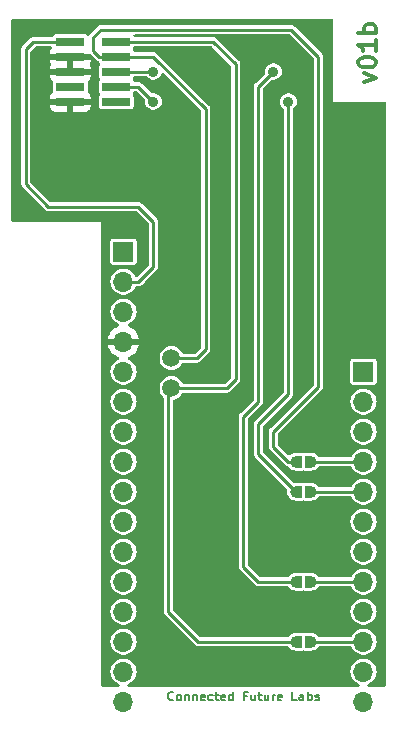
<source format=gtl>
%TF.GenerationSoftware,KiCad,Pcbnew,7.0.6*%
%TF.CreationDate,2023-11-11T00:05:15-05:00*%
%TF.ProjectId,CFL_EE_FeatherDebugShield,43464c5f-4545-45f4-9665-617468657244,v01b*%
%TF.SameCoordinates,Original*%
%TF.FileFunction,Copper,L1,Top*%
%TF.FilePolarity,Positive*%
%FSLAX46Y46*%
G04 Gerber Fmt 4.6, Leading zero omitted, Abs format (unit mm)*
G04 Created by KiCad (PCBNEW 7.0.6) date 2023-11-11 00:05:15*
%MOMM*%
%LPD*%
G01*
G04 APERTURE LIST*
%ADD10C,0.150000*%
%TA.AperFunction,NonConductor*%
%ADD11C,0.150000*%
%TD*%
%ADD12C,0.300000*%
%TA.AperFunction,NonConductor*%
%ADD13C,0.300000*%
%TD*%
%TA.AperFunction,ComponentPad*%
%ADD14R,1.700000X1.700000*%
%TD*%
%TA.AperFunction,ComponentPad*%
%ADD15O,1.700000X1.700000*%
%TD*%
%TA.AperFunction,SMDPad,CuDef*%
%ADD16C,1.000000*%
%TD*%
%TA.AperFunction,SMDPad,CuDef*%
%ADD17R,0.500000X1.000000*%
%TD*%
%TA.AperFunction,ComponentPad*%
%ADD18C,1.500000*%
%TD*%
%TA.AperFunction,SMDPad,CuDef*%
%ADD19R,2.400000X0.740000*%
%TD*%
%TA.AperFunction,ViaPad*%
%ADD20C,0.889000*%
%TD*%
%TA.AperFunction,Conductor*%
%ADD21C,0.254000*%
%TD*%
G04 APERTURE END LIST*
D10*
D11*
X90591430Y-98888985D02*
X90555716Y-98924700D01*
X90555716Y-98924700D02*
X90448573Y-98960414D01*
X90448573Y-98960414D02*
X90377145Y-98960414D01*
X90377145Y-98960414D02*
X90270002Y-98924700D01*
X90270002Y-98924700D02*
X90198573Y-98853271D01*
X90198573Y-98853271D02*
X90162859Y-98781842D01*
X90162859Y-98781842D02*
X90127145Y-98638985D01*
X90127145Y-98638985D02*
X90127145Y-98531842D01*
X90127145Y-98531842D02*
X90162859Y-98388985D01*
X90162859Y-98388985D02*
X90198573Y-98317557D01*
X90198573Y-98317557D02*
X90270002Y-98246128D01*
X90270002Y-98246128D02*
X90377145Y-98210414D01*
X90377145Y-98210414D02*
X90448573Y-98210414D01*
X90448573Y-98210414D02*
X90555716Y-98246128D01*
X90555716Y-98246128D02*
X90591430Y-98281842D01*
X91020002Y-98960414D02*
X90948573Y-98924700D01*
X90948573Y-98924700D02*
X90912859Y-98888985D01*
X90912859Y-98888985D02*
X90877145Y-98817557D01*
X90877145Y-98817557D02*
X90877145Y-98603271D01*
X90877145Y-98603271D02*
X90912859Y-98531842D01*
X90912859Y-98531842D02*
X90948573Y-98496128D01*
X90948573Y-98496128D02*
X91020002Y-98460414D01*
X91020002Y-98460414D02*
X91127145Y-98460414D01*
X91127145Y-98460414D02*
X91198573Y-98496128D01*
X91198573Y-98496128D02*
X91234288Y-98531842D01*
X91234288Y-98531842D02*
X91270002Y-98603271D01*
X91270002Y-98603271D02*
X91270002Y-98817557D01*
X91270002Y-98817557D02*
X91234288Y-98888985D01*
X91234288Y-98888985D02*
X91198573Y-98924700D01*
X91198573Y-98924700D02*
X91127145Y-98960414D01*
X91127145Y-98960414D02*
X91020002Y-98960414D01*
X91591430Y-98460414D02*
X91591430Y-98960414D01*
X91591430Y-98531842D02*
X91627144Y-98496128D01*
X91627144Y-98496128D02*
X91698573Y-98460414D01*
X91698573Y-98460414D02*
X91805716Y-98460414D01*
X91805716Y-98460414D02*
X91877144Y-98496128D01*
X91877144Y-98496128D02*
X91912859Y-98567557D01*
X91912859Y-98567557D02*
X91912859Y-98960414D01*
X92270001Y-98460414D02*
X92270001Y-98960414D01*
X92270001Y-98531842D02*
X92305715Y-98496128D01*
X92305715Y-98496128D02*
X92377144Y-98460414D01*
X92377144Y-98460414D02*
X92484287Y-98460414D01*
X92484287Y-98460414D02*
X92555715Y-98496128D01*
X92555715Y-98496128D02*
X92591430Y-98567557D01*
X92591430Y-98567557D02*
X92591430Y-98960414D01*
X93234286Y-98924700D02*
X93162858Y-98960414D01*
X93162858Y-98960414D02*
X93020001Y-98960414D01*
X93020001Y-98960414D02*
X92948572Y-98924700D01*
X92948572Y-98924700D02*
X92912858Y-98853271D01*
X92912858Y-98853271D02*
X92912858Y-98567557D01*
X92912858Y-98567557D02*
X92948572Y-98496128D01*
X92948572Y-98496128D02*
X93020001Y-98460414D01*
X93020001Y-98460414D02*
X93162858Y-98460414D01*
X93162858Y-98460414D02*
X93234286Y-98496128D01*
X93234286Y-98496128D02*
X93270001Y-98567557D01*
X93270001Y-98567557D02*
X93270001Y-98638985D01*
X93270001Y-98638985D02*
X92912858Y-98710414D01*
X93912858Y-98924700D02*
X93841429Y-98960414D01*
X93841429Y-98960414D02*
X93698572Y-98960414D01*
X93698572Y-98960414D02*
X93627143Y-98924700D01*
X93627143Y-98924700D02*
X93591429Y-98888985D01*
X93591429Y-98888985D02*
X93555715Y-98817557D01*
X93555715Y-98817557D02*
X93555715Y-98603271D01*
X93555715Y-98603271D02*
X93591429Y-98531842D01*
X93591429Y-98531842D02*
X93627143Y-98496128D01*
X93627143Y-98496128D02*
X93698572Y-98460414D01*
X93698572Y-98460414D02*
X93841429Y-98460414D01*
X93841429Y-98460414D02*
X93912858Y-98496128D01*
X94127143Y-98460414D02*
X94412857Y-98460414D01*
X94234286Y-98210414D02*
X94234286Y-98853271D01*
X94234286Y-98853271D02*
X94270000Y-98924700D01*
X94270000Y-98924700D02*
X94341429Y-98960414D01*
X94341429Y-98960414D02*
X94412857Y-98960414D01*
X94948571Y-98924700D02*
X94877143Y-98960414D01*
X94877143Y-98960414D02*
X94734286Y-98960414D01*
X94734286Y-98960414D02*
X94662857Y-98924700D01*
X94662857Y-98924700D02*
X94627143Y-98853271D01*
X94627143Y-98853271D02*
X94627143Y-98567557D01*
X94627143Y-98567557D02*
X94662857Y-98496128D01*
X94662857Y-98496128D02*
X94734286Y-98460414D01*
X94734286Y-98460414D02*
X94877143Y-98460414D01*
X94877143Y-98460414D02*
X94948571Y-98496128D01*
X94948571Y-98496128D02*
X94984286Y-98567557D01*
X94984286Y-98567557D02*
X94984286Y-98638985D01*
X94984286Y-98638985D02*
X94627143Y-98710414D01*
X95627143Y-98960414D02*
X95627143Y-98210414D01*
X95627143Y-98924700D02*
X95555714Y-98960414D01*
X95555714Y-98960414D02*
X95412857Y-98960414D01*
X95412857Y-98960414D02*
X95341428Y-98924700D01*
X95341428Y-98924700D02*
X95305714Y-98888985D01*
X95305714Y-98888985D02*
X95270000Y-98817557D01*
X95270000Y-98817557D02*
X95270000Y-98603271D01*
X95270000Y-98603271D02*
X95305714Y-98531842D01*
X95305714Y-98531842D02*
X95341428Y-98496128D01*
X95341428Y-98496128D02*
X95412857Y-98460414D01*
X95412857Y-98460414D02*
X95555714Y-98460414D01*
X95555714Y-98460414D02*
X95627143Y-98496128D01*
X96805714Y-98567557D02*
X96555714Y-98567557D01*
X96555714Y-98960414D02*
X96555714Y-98210414D01*
X96555714Y-98210414D02*
X96912857Y-98210414D01*
X97520000Y-98460414D02*
X97520000Y-98960414D01*
X97198571Y-98460414D02*
X97198571Y-98853271D01*
X97198571Y-98853271D02*
X97234285Y-98924700D01*
X97234285Y-98924700D02*
X97305714Y-98960414D01*
X97305714Y-98960414D02*
X97412857Y-98960414D01*
X97412857Y-98960414D02*
X97484285Y-98924700D01*
X97484285Y-98924700D02*
X97520000Y-98888985D01*
X97769999Y-98460414D02*
X98055713Y-98460414D01*
X97877142Y-98210414D02*
X97877142Y-98853271D01*
X97877142Y-98853271D02*
X97912856Y-98924700D01*
X97912856Y-98924700D02*
X97984285Y-98960414D01*
X97984285Y-98960414D02*
X98055713Y-98960414D01*
X98627142Y-98460414D02*
X98627142Y-98960414D01*
X98305713Y-98460414D02*
X98305713Y-98853271D01*
X98305713Y-98853271D02*
X98341427Y-98924700D01*
X98341427Y-98924700D02*
X98412856Y-98960414D01*
X98412856Y-98960414D02*
X98519999Y-98960414D01*
X98519999Y-98960414D02*
X98591427Y-98924700D01*
X98591427Y-98924700D02*
X98627142Y-98888985D01*
X98984284Y-98960414D02*
X98984284Y-98460414D01*
X98984284Y-98603271D02*
X99019998Y-98531842D01*
X99019998Y-98531842D02*
X99055713Y-98496128D01*
X99055713Y-98496128D02*
X99127141Y-98460414D01*
X99127141Y-98460414D02*
X99198570Y-98460414D01*
X99734284Y-98924700D02*
X99662856Y-98960414D01*
X99662856Y-98960414D02*
X99519999Y-98960414D01*
X99519999Y-98960414D02*
X99448570Y-98924700D01*
X99448570Y-98924700D02*
X99412856Y-98853271D01*
X99412856Y-98853271D02*
X99412856Y-98567557D01*
X99412856Y-98567557D02*
X99448570Y-98496128D01*
X99448570Y-98496128D02*
X99519999Y-98460414D01*
X99519999Y-98460414D02*
X99662856Y-98460414D01*
X99662856Y-98460414D02*
X99734284Y-98496128D01*
X99734284Y-98496128D02*
X99769999Y-98567557D01*
X99769999Y-98567557D02*
X99769999Y-98638985D01*
X99769999Y-98638985D02*
X99412856Y-98710414D01*
X101019999Y-98960414D02*
X100662856Y-98960414D01*
X100662856Y-98960414D02*
X100662856Y-98210414D01*
X101591428Y-98960414D02*
X101591428Y-98567557D01*
X101591428Y-98567557D02*
X101555713Y-98496128D01*
X101555713Y-98496128D02*
X101484285Y-98460414D01*
X101484285Y-98460414D02*
X101341428Y-98460414D01*
X101341428Y-98460414D02*
X101269999Y-98496128D01*
X101591428Y-98924700D02*
X101519999Y-98960414D01*
X101519999Y-98960414D02*
X101341428Y-98960414D01*
X101341428Y-98960414D02*
X101269999Y-98924700D01*
X101269999Y-98924700D02*
X101234285Y-98853271D01*
X101234285Y-98853271D02*
X101234285Y-98781842D01*
X101234285Y-98781842D02*
X101269999Y-98710414D01*
X101269999Y-98710414D02*
X101341428Y-98674700D01*
X101341428Y-98674700D02*
X101519999Y-98674700D01*
X101519999Y-98674700D02*
X101591428Y-98638985D01*
X101948570Y-98960414D02*
X101948570Y-98210414D01*
X101948570Y-98496128D02*
X102019999Y-98460414D01*
X102019999Y-98460414D02*
X102162856Y-98460414D01*
X102162856Y-98460414D02*
X102234284Y-98496128D01*
X102234284Y-98496128D02*
X102269999Y-98531842D01*
X102269999Y-98531842D02*
X102305713Y-98603271D01*
X102305713Y-98603271D02*
X102305713Y-98817557D01*
X102305713Y-98817557D02*
X102269999Y-98888985D01*
X102269999Y-98888985D02*
X102234284Y-98924700D01*
X102234284Y-98924700D02*
X102162856Y-98960414D01*
X102162856Y-98960414D02*
X102019999Y-98960414D01*
X102019999Y-98960414D02*
X101948570Y-98924700D01*
X102591427Y-98924700D02*
X102662855Y-98960414D01*
X102662855Y-98960414D02*
X102805712Y-98960414D01*
X102805712Y-98960414D02*
X102877141Y-98924700D01*
X102877141Y-98924700D02*
X102912855Y-98853271D01*
X102912855Y-98853271D02*
X102912855Y-98817557D01*
X102912855Y-98817557D02*
X102877141Y-98746128D01*
X102877141Y-98746128D02*
X102805712Y-98710414D01*
X102805712Y-98710414D02*
X102698570Y-98710414D01*
X102698570Y-98710414D02*
X102627141Y-98674700D01*
X102627141Y-98674700D02*
X102591427Y-98603271D01*
X102591427Y-98603271D02*
X102591427Y-98567557D01*
X102591427Y-98567557D02*
X102627141Y-98496128D01*
X102627141Y-98496128D02*
X102698570Y-98460414D01*
X102698570Y-98460414D02*
X102805712Y-98460414D01*
X102805712Y-98460414D02*
X102877141Y-98496128D01*
D12*
D13*
X106750828Y-46578346D02*
X107750828Y-46221203D01*
X107750828Y-46221203D02*
X106750828Y-45864060D01*
X106250828Y-45006917D02*
X106250828Y-44864060D01*
X106250828Y-44864060D02*
X106322257Y-44721203D01*
X106322257Y-44721203D02*
X106393685Y-44649775D01*
X106393685Y-44649775D02*
X106536542Y-44578346D01*
X106536542Y-44578346D02*
X106822257Y-44506917D01*
X106822257Y-44506917D02*
X107179400Y-44506917D01*
X107179400Y-44506917D02*
X107465114Y-44578346D01*
X107465114Y-44578346D02*
X107607971Y-44649775D01*
X107607971Y-44649775D02*
X107679400Y-44721203D01*
X107679400Y-44721203D02*
X107750828Y-44864060D01*
X107750828Y-44864060D02*
X107750828Y-45006917D01*
X107750828Y-45006917D02*
X107679400Y-45149775D01*
X107679400Y-45149775D02*
X107607971Y-45221203D01*
X107607971Y-45221203D02*
X107465114Y-45292632D01*
X107465114Y-45292632D02*
X107179400Y-45364060D01*
X107179400Y-45364060D02*
X106822257Y-45364060D01*
X106822257Y-45364060D02*
X106536542Y-45292632D01*
X106536542Y-45292632D02*
X106393685Y-45221203D01*
X106393685Y-45221203D02*
X106322257Y-45149775D01*
X106322257Y-45149775D02*
X106250828Y-45006917D01*
X107750828Y-43078346D02*
X107750828Y-43935489D01*
X107750828Y-43506918D02*
X106250828Y-43506918D01*
X106250828Y-43506918D02*
X106465114Y-43649775D01*
X106465114Y-43649775D02*
X106607971Y-43792632D01*
X106607971Y-43792632D02*
X106679400Y-43935489D01*
X107750828Y-42435490D02*
X106250828Y-42435490D01*
X106822257Y-42435490D02*
X106750828Y-42292633D01*
X106750828Y-42292633D02*
X106750828Y-42006918D01*
X106750828Y-42006918D02*
X106822257Y-41864061D01*
X106822257Y-41864061D02*
X106893685Y-41792633D01*
X106893685Y-41792633D02*
X107036542Y-41721204D01*
X107036542Y-41721204D02*
X107465114Y-41721204D01*
X107465114Y-41721204D02*
X107607971Y-41792633D01*
X107607971Y-41792633D02*
X107679400Y-41864061D01*
X107679400Y-41864061D02*
X107750828Y-42006918D01*
X107750828Y-42006918D02*
X107750828Y-42292633D01*
X107750828Y-42292633D02*
X107679400Y-42435490D01*
D14*
%TO.P,J1,1,Pin_1*%
%TO.N,unconnected-(J1-Pin_1-Pad1)*%
X106680000Y-71120000D03*
D15*
%TO.P,J1,2,Pin_2*%
%TO.N,unconnected-(J1-Pin_2-Pad2)*%
X106680000Y-73660000D03*
%TO.P,J1,3,Pin_3*%
%TO.N,unconnected-(J1-Pin_3-Pad3)*%
X106680000Y-76200000D03*
%TO.P,J1,4,Pin_4*%
%TO.N,/GPIO13*%
X106680000Y-78740000D03*
%TO.P,J1,5,Pin_5*%
%TO.N,/GPIO12*%
X106680000Y-81280000D03*
%TO.P,J1,6,Pin_6*%
%TO.N,unconnected-(J1-Pin_6-Pad6)*%
X106680000Y-83820000D03*
%TO.P,J1,7,Pin_7*%
%TO.N,unconnected-(J1-Pin_7-Pad7)*%
X106680000Y-86360000D03*
%TO.P,J1,8,Pin_8*%
%TO.N,/GPIO15*%
X106680000Y-88900000D03*
%TO.P,J1,9,Pin_9*%
%TO.N,unconnected-(J1-Pin_9-Pad9)*%
X106680000Y-91440000D03*
%TO.P,J1,10,Pin_10*%
%TO.N,/GPIO14*%
X106680000Y-93980000D03*
%TO.P,J1,11,Pin_11*%
%TO.N,unconnected-(J1-Pin_11-Pad11)*%
X106680000Y-96520000D03*
%TO.P,J1,12,Pin_12*%
%TO.N,unconnected-(J1-Pin_12-Pad12)*%
X106680000Y-99060000D03*
%TD*%
D14*
%TO.P,J2,1,Pin_1*%
%TO.N,unconnected-(J2-Pin_1-Pad1)*%
X86360000Y-60960000D03*
D15*
%TO.P,J2,2,Pin_2*%
%TO.N,VCC*%
X86360000Y-63500000D03*
%TO.P,J2,3,Pin_3*%
%TO.N,unconnected-(J2-Pin_3-Pad3)*%
X86360000Y-66040000D03*
%TO.P,J2,4,Pin_4*%
%TO.N,GND*%
X86360000Y-68580000D03*
%TO.P,J2,5,Pin_5*%
%TO.N,unconnected-(J2-Pin_5-Pad5)*%
X86360000Y-71120000D03*
%TO.P,J2,6,Pin_6*%
%TO.N,unconnected-(J2-Pin_6-Pad6)*%
X86360000Y-73660000D03*
%TO.P,J2,7,Pin_7*%
%TO.N,unconnected-(J2-Pin_7-Pad7)*%
X86360000Y-76200000D03*
%TO.P,J2,8,Pin_8*%
%TO.N,unconnected-(J2-Pin_8-Pad8)*%
X86360000Y-78740000D03*
%TO.P,J2,9,Pin_9*%
%TO.N,unconnected-(J2-Pin_9-Pad9)*%
X86360000Y-81280000D03*
%TO.P,J2,10,Pin_10*%
%TO.N,unconnected-(J2-Pin_10-Pad10)*%
X86360000Y-83820000D03*
%TO.P,J2,11,Pin_11*%
%TO.N,unconnected-(J2-Pin_11-Pad11)*%
X86360000Y-86360000D03*
%TO.P,J2,12,Pin_12*%
%TO.N,unconnected-(J2-Pin_12-Pad12)*%
X86360000Y-88900000D03*
%TO.P,J2,13,Pin_13*%
%TO.N,unconnected-(J2-Pin_13-Pad13)*%
X86360000Y-91440000D03*
%TO.P,J2,14,Pin_14*%
%TO.N,unconnected-(J2-Pin_14-Pad14)*%
X86360000Y-93980000D03*
%TO.P,J2,15,Pin_15*%
%TO.N,unconnected-(J2-Pin_15-Pad15)*%
X86360000Y-96520000D03*
%TO.P,J2,16,Pin_16*%
%TO.N,unconnected-(J2-Pin_16-Pad16)*%
X86360000Y-99060000D03*
%TD*%
D16*
%TO.P,J8,1*%
%TO.N,/GPIO15*%
X102235000Y-88900000D03*
D17*
X101981000Y-88900000D03*
%TO.P,J8,2*%
%TO.N,/TDO*%
X101219000Y-88900000D03*
D16*
X100965000Y-88900000D03*
%TD*%
D18*
%TO.P,J5,1*%
%TO.N,/SWDIO*%
X90424000Y-72517000D03*
%TD*%
D16*
%TO.P,J3,1*%
%TO.N,/GPIO13*%
X102235000Y-78740000D03*
D17*
X101981000Y-78740000D03*
%TO.P,J3,2*%
%TO.N,/SWCLK*%
X101219000Y-78740000D03*
D16*
X100965000Y-78740000D03*
%TD*%
D19*
%TO.P,J4,1,VTref*%
%TO.N,VCC*%
X81870000Y-43180000D03*
%TO.P,J4,2,SWDIO/TMS*%
%TO.N,/SWDIO*%
X85770000Y-43180000D03*
%TO.P,J4,3,GND*%
%TO.N,GND*%
X81870000Y-44450000D03*
%TO.P,J4,4,SWDCLK/TCK*%
%TO.N,/SWCLK*%
X85770000Y-44450000D03*
%TO.P,J4,5,GND*%
%TO.N,GND*%
X81870000Y-45720000D03*
%TO.P,J4,6,SWO/TDO*%
%TO.N,/TDO*%
X85770000Y-45720000D03*
%TO.P,J4,7,KEY*%
%TO.N,unconnected-(J4-KEY-Pad7)*%
X81870000Y-46990000D03*
%TO.P,J4,8,NC/TDI*%
%TO.N,/TDI*%
X85770000Y-46990000D03*
%TO.P,J4,9,GNDDetect*%
%TO.N,GND*%
X81870000Y-48260000D03*
%TO.P,J4,10,~{RESET}*%
%TO.N,unconnected-(J4-~{RESET}-Pad10)*%
X85770000Y-48260000D03*
%TD*%
D18*
%TO.P,J6,1*%
%TO.N,/SWCLK*%
X90424000Y-69977000D03*
%TD*%
D16*
%TO.P,J7,1*%
%TO.N,/GPIO12*%
X102235000Y-81280000D03*
D17*
X101981000Y-81280000D03*
%TO.P,J7,2*%
%TO.N,/TDI*%
X101219000Y-81280000D03*
D16*
X100965000Y-81280000D03*
%TD*%
%TO.P,J9,1*%
%TO.N,/GPIO14*%
X102235000Y-93980000D03*
D17*
X101981000Y-93980000D03*
%TO.P,J9,2*%
%TO.N,/SWDIO*%
X101219000Y-93980000D03*
D16*
X100965000Y-93980000D03*
%TD*%
D20*
%TO.N,GND*%
X83185000Y-54610000D03*
X101600000Y-48260000D03*
X102870000Y-91440000D03*
X101600000Y-68580000D03*
X94615000Y-60325000D03*
X100965000Y-44450000D03*
X85725000Y-54610000D03*
X90170000Y-44450000D03*
X94615000Y-50165000D03*
X94615000Y-46990000D03*
X99060000Y-60960000D03*
X97155000Y-43180000D03*
X95250000Y-81280000D03*
X99060000Y-68580000D03*
X94615000Y-65405000D03*
X92710000Y-86360000D03*
X94615000Y-55245000D03*
X99060000Y-50800000D03*
X95250000Y-76200000D03*
X92710000Y-91440000D03*
X95250000Y-91440000D03*
X89535000Y-65405000D03*
X92075000Y-60325000D03*
X95250000Y-86360000D03*
X97790000Y-86360000D03*
X99060000Y-71120000D03*
X92710000Y-83820000D03*
X102870000Y-83820000D03*
X101600000Y-66040000D03*
X99060000Y-66040000D03*
X99060000Y-63500000D03*
X88265000Y-67310000D03*
X99060000Y-58420000D03*
X95250000Y-88900000D03*
X97790000Y-83820000D03*
X92710000Y-44450000D03*
X92075000Y-55245000D03*
X100330000Y-86360000D03*
X101600000Y-53340000D03*
X95250000Y-43180000D03*
X90170000Y-46990000D03*
X92710000Y-88900000D03*
X92710000Y-76200000D03*
X92075000Y-50165000D03*
X101600000Y-55880000D03*
X100330000Y-83820000D03*
X95250000Y-78740000D03*
X92075000Y-62865000D03*
X94615000Y-62865000D03*
X92710000Y-78740000D03*
X101600000Y-71120000D03*
X92075000Y-57785000D03*
X99060000Y-55880000D03*
X101600000Y-63500000D03*
X81280000Y-53975000D03*
X94615000Y-52705000D03*
X100330000Y-91440000D03*
X97790000Y-91440000D03*
X88265000Y-54610000D03*
X92710000Y-81280000D03*
X99060000Y-43180000D03*
X101600000Y-58420000D03*
X101600000Y-46355000D03*
X101600000Y-60960000D03*
X80010000Y-50165000D03*
X101600000Y-50800000D03*
X94615000Y-67945000D03*
X94615000Y-57785000D03*
X102870000Y-86360000D03*
X95250000Y-83820000D03*
X92075000Y-65405000D03*
X97790000Y-81280000D03*
X99060000Y-53340000D03*
X92075000Y-52705000D03*
X80010000Y-52070000D03*
%TO.N,/TDO*%
X99060000Y-45720000D03*
X88900000Y-45720000D03*
%TO.N,/TDI*%
X88900000Y-48260000D03*
X100330000Y-48260000D03*
%TD*%
D21*
%TO.N,/GPIO13*%
X102235000Y-78740000D02*
X106680000Y-78740000D01*
%TO.N,/GPIO12*%
X102235000Y-81280000D02*
X106680000Y-81280000D01*
%TO.N,/GPIO15*%
X101981000Y-88900000D02*
X106680000Y-88900000D01*
%TO.N,/GPIO14*%
X101981000Y-93980000D02*
X106680000Y-93980000D01*
%TO.N,VCC*%
X80010000Y-57150000D02*
X78105000Y-55245000D01*
X78740000Y-43180000D02*
X81870000Y-43180000D01*
X88900000Y-62230000D02*
X88900000Y-58420000D01*
X78105000Y-43815000D02*
X78740000Y-43180000D01*
X87630000Y-57150000D02*
X80010000Y-57150000D01*
X88900000Y-58420000D02*
X87630000Y-57150000D01*
X87630000Y-63500000D02*
X88900000Y-62230000D01*
X78105000Y-55245000D02*
X78105000Y-43815000D01*
X86360000Y-63500000D02*
X87630000Y-63500000D01*
%TO.N,GND*%
X90805000Y-66675000D02*
X90805000Y-57785000D01*
X79375000Y-44450000D02*
X81870000Y-44450000D01*
X88900000Y-68580000D02*
X90805000Y-66675000D01*
X88900000Y-55880000D02*
X81280000Y-55880000D01*
X81870000Y-45720000D02*
X78740000Y-45720000D01*
X78740000Y-48260000D02*
X78740000Y-45720000D01*
X86360000Y-68580000D02*
X88900000Y-68580000D01*
X81280000Y-55880000D02*
X78740000Y-53340000D01*
X81870000Y-48260000D02*
X78740000Y-48260000D01*
X90805000Y-57785000D02*
X88900000Y-55880000D01*
X78740000Y-53340000D02*
X78740000Y-48260000D01*
X78740000Y-45085000D02*
X79375000Y-44450000D01*
X78740000Y-45720000D02*
X78740000Y-45085000D01*
%TO.N,/SWDIO*%
X100965000Y-93980000D02*
X92710000Y-93980000D01*
X95123000Y-72517000D02*
X95885000Y-71755000D01*
X90424000Y-72517000D02*
X95123000Y-72517000D01*
X93980000Y-43180000D02*
X85770000Y-43180000D01*
X95885000Y-71755000D02*
X95885000Y-45085000D01*
X90170000Y-72771000D02*
X90424000Y-72517000D01*
X95885000Y-45085000D02*
X93980000Y-43180000D01*
X90170000Y-91440000D02*
X90170000Y-72771000D01*
X92710000Y-93980000D02*
X90170000Y-91440000D01*
%TO.N,/SWCLK*%
X100965000Y-78740000D02*
X100330000Y-78740000D01*
X100330000Y-78740000D02*
X99060000Y-77470000D01*
X102870000Y-44450000D02*
X100584000Y-42164000D01*
X83820000Y-42798000D02*
X83820000Y-43954000D01*
X92583000Y-69977000D02*
X93345000Y-69215000D01*
X88900000Y-44450000D02*
X85770000Y-44450000D01*
X100584000Y-42164000D02*
X84454000Y-42164000D01*
X84454000Y-42164000D02*
X83820000Y-42798000D01*
X90424000Y-69977000D02*
X92583000Y-69977000D01*
X99060000Y-76200000D02*
X102870000Y-72390000D01*
X99060000Y-77470000D02*
X99060000Y-76200000D01*
X93345000Y-69215000D02*
X93345000Y-48895000D01*
X102870000Y-72390000D02*
X102870000Y-44450000D01*
X84316000Y-44450000D02*
X85770000Y-44450000D01*
X93345000Y-48895000D02*
X88900000Y-44450000D01*
X83820000Y-43954000D02*
X84316000Y-44450000D01*
%TO.N,/TDO*%
X99060000Y-45720000D02*
X97790000Y-46990000D01*
X96520000Y-87630000D02*
X97790000Y-88900000D01*
X88900000Y-45720000D02*
X85770000Y-45720000D01*
X97790000Y-73660000D02*
X96520000Y-74930000D01*
X96520000Y-74930000D02*
X96520000Y-87630000D01*
X97790000Y-46990000D02*
X97790000Y-73660000D01*
X97790000Y-88900000D02*
X100965000Y-88900000D01*
%TO.N,/TDI*%
X97790000Y-78105000D02*
X97790000Y-75565000D01*
X88900000Y-48260000D02*
X87630000Y-46990000D01*
X100330000Y-73025000D02*
X100330000Y-48260000D01*
X97790000Y-75565000D02*
X100330000Y-73025000D01*
X100965000Y-81280000D02*
X97790000Y-78105000D01*
X87630000Y-46990000D02*
X85770000Y-46990000D01*
%TD*%
%TA.AperFunction,Conductor*%
%TO.N,GND*%
G36*
X104082121Y-41295002D02*
G01*
X104128614Y-41348658D01*
X104140000Y-41400999D01*
X104140000Y-48260000D01*
X108459000Y-48260000D01*
X108527121Y-48280002D01*
X108573614Y-48333658D01*
X108585000Y-48386000D01*
X108585000Y-97664000D01*
X108564998Y-97732121D01*
X108511342Y-97778614D01*
X108459000Y-97790000D01*
X107133303Y-97790000D01*
X107065182Y-97769998D01*
X107018689Y-97716342D01*
X107008585Y-97646068D01*
X107038079Y-97581488D01*
X107087786Y-97546509D01*
X107089220Y-97545953D01*
X107174427Y-97512944D01*
X107348462Y-97405186D01*
X107499732Y-97267285D01*
X107623088Y-97103935D01*
X107714328Y-96920701D01*
X107770345Y-96723821D01*
X107789232Y-96520000D01*
X107770345Y-96316179D01*
X107714328Y-96119299D01*
X107623088Y-95936065D01*
X107582538Y-95882368D01*
X107499733Y-95772715D01*
X107348463Y-95634814D01*
X107174433Y-95527059D01*
X107174428Y-95527057D01*
X107174427Y-95527056D01*
X106983559Y-95453113D01*
X106983560Y-95453113D01*
X106983557Y-95453112D01*
X106983556Y-95453112D01*
X106782347Y-95415500D01*
X106577653Y-95415500D01*
X106376444Y-95453112D01*
X106376439Y-95453113D01*
X106185577Y-95527054D01*
X106185566Y-95527059D01*
X106011536Y-95634814D01*
X105860266Y-95772715D01*
X105736913Y-95936063D01*
X105645671Y-96119301D01*
X105589654Y-96316180D01*
X105570768Y-96519995D01*
X105570768Y-96520004D01*
X105589654Y-96723819D01*
X105589655Y-96723821D01*
X105645672Y-96920701D01*
X105736912Y-97103935D01*
X105736913Y-97103936D01*
X105860266Y-97267284D01*
X106011536Y-97405185D01*
X106185566Y-97512940D01*
X106185568Y-97512940D01*
X106185573Y-97512944D01*
X106269796Y-97545572D01*
X106272214Y-97546509D01*
X106328509Y-97589768D01*
X106352479Y-97656596D01*
X106336515Y-97725774D01*
X106285684Y-97775340D01*
X106226697Y-97790000D01*
X86813303Y-97790000D01*
X86745182Y-97769998D01*
X86698689Y-97716342D01*
X86688585Y-97646068D01*
X86718079Y-97581488D01*
X86767786Y-97546509D01*
X86769220Y-97545953D01*
X86854427Y-97512944D01*
X87028462Y-97405186D01*
X87179732Y-97267285D01*
X87303088Y-97103935D01*
X87394328Y-96920701D01*
X87450345Y-96723821D01*
X87469232Y-96520000D01*
X87450345Y-96316179D01*
X87394328Y-96119299D01*
X87303088Y-95936065D01*
X87262538Y-95882368D01*
X87179733Y-95772715D01*
X87028463Y-95634814D01*
X86854433Y-95527059D01*
X86854428Y-95527057D01*
X86854427Y-95527056D01*
X86663559Y-95453113D01*
X86663560Y-95453113D01*
X86663557Y-95453112D01*
X86663556Y-95453112D01*
X86462347Y-95415500D01*
X86257653Y-95415500D01*
X86056444Y-95453112D01*
X86056439Y-95453113D01*
X85865577Y-95527054D01*
X85865566Y-95527059D01*
X85691536Y-95634814D01*
X85540266Y-95772715D01*
X85416913Y-95936063D01*
X85325671Y-96119301D01*
X85269654Y-96316180D01*
X85250768Y-96519995D01*
X85250768Y-96520004D01*
X85269654Y-96723819D01*
X85269655Y-96723821D01*
X85325672Y-96920701D01*
X85416912Y-97103935D01*
X85416913Y-97103936D01*
X85540266Y-97267284D01*
X85691536Y-97405185D01*
X85865566Y-97512940D01*
X85865568Y-97512940D01*
X85865573Y-97512944D01*
X85949796Y-97545572D01*
X85952214Y-97546509D01*
X86008509Y-97589768D01*
X86032479Y-97656596D01*
X86016515Y-97725774D01*
X85965684Y-97775340D01*
X85906697Y-97790000D01*
X84581000Y-97790000D01*
X84512879Y-97769998D01*
X84466386Y-97716342D01*
X84455000Y-97664000D01*
X84455000Y-93980004D01*
X85250768Y-93980004D01*
X85269654Y-94183819D01*
X85293970Y-94269280D01*
X85325672Y-94380701D01*
X85416912Y-94563935D01*
X85416913Y-94563936D01*
X85540266Y-94727284D01*
X85691536Y-94865185D01*
X85865566Y-94972940D01*
X85865568Y-94972940D01*
X85865573Y-94972944D01*
X86056444Y-95046888D01*
X86257653Y-95084500D01*
X86257655Y-95084500D01*
X86462345Y-95084500D01*
X86462347Y-95084500D01*
X86663556Y-95046888D01*
X86854427Y-94972944D01*
X87028462Y-94865186D01*
X87179732Y-94727285D01*
X87185055Y-94720237D01*
X87201429Y-94698553D01*
X87303088Y-94563935D01*
X87394328Y-94380701D01*
X87450345Y-94183821D01*
X87469232Y-93980000D01*
X87450345Y-93776179D01*
X87394328Y-93579299D01*
X87303088Y-93396065D01*
X87262538Y-93342368D01*
X87179733Y-93232715D01*
X87028463Y-93094814D01*
X86854433Y-92987059D01*
X86854428Y-92987057D01*
X86854427Y-92987056D01*
X86663559Y-92913113D01*
X86663560Y-92913113D01*
X86663557Y-92913112D01*
X86663556Y-92913112D01*
X86462347Y-92875500D01*
X86257653Y-92875500D01*
X86056444Y-92913112D01*
X86056439Y-92913113D01*
X85865577Y-92987054D01*
X85865566Y-92987059D01*
X85691536Y-93094814D01*
X85540266Y-93232715D01*
X85416913Y-93396063D01*
X85325671Y-93579301D01*
X85269654Y-93776180D01*
X85250768Y-93979995D01*
X85250768Y-93980004D01*
X84455000Y-93980004D01*
X84455000Y-91440004D01*
X85250768Y-91440004D01*
X85269654Y-91643819D01*
X85275609Y-91664748D01*
X85325672Y-91840701D01*
X85416912Y-92023935D01*
X85416913Y-92023936D01*
X85540266Y-92187284D01*
X85691536Y-92325185D01*
X85865566Y-92432940D01*
X85865568Y-92432940D01*
X85865573Y-92432944D01*
X86056444Y-92506888D01*
X86257653Y-92544500D01*
X86257655Y-92544500D01*
X86462345Y-92544500D01*
X86462347Y-92544500D01*
X86663556Y-92506888D01*
X86854427Y-92432944D01*
X87028462Y-92325186D01*
X87179732Y-92187285D01*
X87303088Y-92023935D01*
X87394328Y-91840701D01*
X87450345Y-91643821D01*
X87464135Y-91495003D01*
X87469232Y-91440004D01*
X87469232Y-91439995D01*
X87453492Y-91270149D01*
X87450345Y-91236179D01*
X87394328Y-91039299D01*
X87303088Y-90856065D01*
X87262538Y-90802368D01*
X87179733Y-90692715D01*
X87028463Y-90554814D01*
X86854433Y-90447059D01*
X86854428Y-90447057D01*
X86854427Y-90447056D01*
X86663559Y-90373113D01*
X86663560Y-90373113D01*
X86663557Y-90373112D01*
X86663556Y-90373112D01*
X86462347Y-90335500D01*
X86257653Y-90335500D01*
X86056444Y-90373112D01*
X86056439Y-90373113D01*
X85865577Y-90447054D01*
X85865566Y-90447059D01*
X85691536Y-90554814D01*
X85540266Y-90692715D01*
X85416913Y-90856063D01*
X85325671Y-91039301D01*
X85269654Y-91236180D01*
X85250768Y-91439995D01*
X85250768Y-91440004D01*
X84455000Y-91440004D01*
X84455000Y-88900004D01*
X85250768Y-88900004D01*
X85269654Y-89103819D01*
X85293970Y-89189280D01*
X85325672Y-89300701D01*
X85416912Y-89483935D01*
X85416913Y-89483936D01*
X85540266Y-89647284D01*
X85691536Y-89785185D01*
X85865566Y-89892940D01*
X85865568Y-89892940D01*
X85865573Y-89892944D01*
X86056444Y-89966888D01*
X86257653Y-90004500D01*
X86257655Y-90004500D01*
X86462345Y-90004500D01*
X86462347Y-90004500D01*
X86663556Y-89966888D01*
X86854427Y-89892944D01*
X87028462Y-89785186D01*
X87179732Y-89647285D01*
X87185055Y-89640237D01*
X87201429Y-89618553D01*
X87303088Y-89483935D01*
X87394328Y-89300701D01*
X87450345Y-89103821D01*
X87469232Y-88900000D01*
X87450345Y-88696179D01*
X87394328Y-88499299D01*
X87303088Y-88316065D01*
X87262538Y-88262368D01*
X87179733Y-88152715D01*
X87028463Y-88014814D01*
X86854433Y-87907059D01*
X86854428Y-87907057D01*
X86854427Y-87907056D01*
X86850000Y-87905341D01*
X86663559Y-87833113D01*
X86663560Y-87833113D01*
X86663557Y-87833112D01*
X86663556Y-87833112D01*
X86462347Y-87795500D01*
X86257653Y-87795500D01*
X86056444Y-87833112D01*
X86056439Y-87833113D01*
X85865577Y-87907054D01*
X85865566Y-87907059D01*
X85691536Y-88014814D01*
X85540266Y-88152715D01*
X85416913Y-88316063D01*
X85325671Y-88499301D01*
X85269654Y-88696180D01*
X85250768Y-88899995D01*
X85250768Y-88900004D01*
X84455000Y-88900004D01*
X84455000Y-86360004D01*
X85250768Y-86360004D01*
X85269654Y-86563819D01*
X85269655Y-86563821D01*
X85325672Y-86760701D01*
X85416912Y-86943935D01*
X85416913Y-86943936D01*
X85540266Y-87107284D01*
X85691536Y-87245185D01*
X85865566Y-87352940D01*
X85865568Y-87352940D01*
X85865573Y-87352944D01*
X86056444Y-87426888D01*
X86257653Y-87464500D01*
X86257655Y-87464500D01*
X86462345Y-87464500D01*
X86462347Y-87464500D01*
X86663556Y-87426888D01*
X86854427Y-87352944D01*
X87028462Y-87245186D01*
X87179732Y-87107285D01*
X87303088Y-86943935D01*
X87394328Y-86760701D01*
X87450345Y-86563821D01*
X87469232Y-86360000D01*
X87450345Y-86156179D01*
X87394328Y-85959299D01*
X87303088Y-85776065D01*
X87262538Y-85722368D01*
X87179733Y-85612715D01*
X87028463Y-85474814D01*
X86854433Y-85367059D01*
X86854428Y-85367057D01*
X86854427Y-85367056D01*
X86663559Y-85293113D01*
X86663560Y-85293113D01*
X86663557Y-85293112D01*
X86663556Y-85293112D01*
X86462347Y-85255500D01*
X86257653Y-85255500D01*
X86056444Y-85293112D01*
X86056439Y-85293113D01*
X85865577Y-85367054D01*
X85865566Y-85367059D01*
X85691536Y-85474814D01*
X85540266Y-85612715D01*
X85416913Y-85776063D01*
X85325671Y-85959301D01*
X85269654Y-86156180D01*
X85250768Y-86359995D01*
X85250768Y-86360004D01*
X84455000Y-86360004D01*
X84455000Y-83820004D01*
X85250768Y-83820004D01*
X85269654Y-84023819D01*
X85269655Y-84023821D01*
X85325672Y-84220701D01*
X85416912Y-84403935D01*
X85416913Y-84403936D01*
X85540266Y-84567284D01*
X85691536Y-84705185D01*
X85865566Y-84812940D01*
X85865568Y-84812940D01*
X85865573Y-84812944D01*
X86056444Y-84886888D01*
X86257653Y-84924500D01*
X86257655Y-84924500D01*
X86462345Y-84924500D01*
X86462347Y-84924500D01*
X86663556Y-84886888D01*
X86854427Y-84812944D01*
X87028462Y-84705186D01*
X87179732Y-84567285D01*
X87303088Y-84403935D01*
X87394328Y-84220701D01*
X87450345Y-84023821D01*
X87469232Y-83820000D01*
X87450345Y-83616179D01*
X87394328Y-83419299D01*
X87303088Y-83236065D01*
X87262538Y-83182368D01*
X87179733Y-83072715D01*
X87028463Y-82934814D01*
X86854433Y-82827059D01*
X86854428Y-82827057D01*
X86854427Y-82827056D01*
X86663559Y-82753113D01*
X86663560Y-82753113D01*
X86663557Y-82753112D01*
X86663556Y-82753112D01*
X86462347Y-82715500D01*
X86257653Y-82715500D01*
X86056444Y-82753112D01*
X86056439Y-82753113D01*
X85865577Y-82827054D01*
X85865566Y-82827059D01*
X85691536Y-82934814D01*
X85540266Y-83072715D01*
X85416913Y-83236063D01*
X85325671Y-83419301D01*
X85269654Y-83616180D01*
X85250768Y-83819995D01*
X85250768Y-83820004D01*
X84455000Y-83820004D01*
X84455000Y-81280004D01*
X85250768Y-81280004D01*
X85269654Y-81483819D01*
X85305396Y-81609439D01*
X85325672Y-81680701D01*
X85416912Y-81863935D01*
X85416913Y-81863936D01*
X85540266Y-82027284D01*
X85691536Y-82165185D01*
X85865566Y-82272940D01*
X85865568Y-82272940D01*
X85865573Y-82272944D01*
X86056444Y-82346888D01*
X86257653Y-82384500D01*
X86257655Y-82384500D01*
X86462345Y-82384500D01*
X86462347Y-82384500D01*
X86663556Y-82346888D01*
X86854427Y-82272944D01*
X87028462Y-82165186D01*
X87179732Y-82027285D01*
X87185055Y-82020237D01*
X87201429Y-81998553D01*
X87303088Y-81863935D01*
X87394328Y-81680701D01*
X87450345Y-81483821D01*
X87469232Y-81280000D01*
X87450345Y-81076179D01*
X87394328Y-80879299D01*
X87303088Y-80696065D01*
X87262538Y-80642368D01*
X87179733Y-80532715D01*
X87028463Y-80394814D01*
X86854433Y-80287059D01*
X86854428Y-80287057D01*
X86854427Y-80287056D01*
X86663559Y-80213113D01*
X86663560Y-80213113D01*
X86663557Y-80213112D01*
X86663556Y-80213112D01*
X86462347Y-80175500D01*
X86257653Y-80175500D01*
X86056444Y-80213112D01*
X86056439Y-80213113D01*
X85865577Y-80287054D01*
X85865566Y-80287059D01*
X85691536Y-80394814D01*
X85540266Y-80532715D01*
X85416913Y-80696063D01*
X85325671Y-80879301D01*
X85269654Y-81076180D01*
X85250768Y-81279995D01*
X85250768Y-81280004D01*
X84455000Y-81280004D01*
X84455000Y-78740004D01*
X85250768Y-78740004D01*
X85269654Y-78943819D01*
X85293970Y-79029280D01*
X85325672Y-79140701D01*
X85416912Y-79323935D01*
X85416913Y-79323936D01*
X85540266Y-79487284D01*
X85691536Y-79625185D01*
X85865566Y-79732940D01*
X85865568Y-79732940D01*
X85865573Y-79732944D01*
X86056444Y-79806888D01*
X86257653Y-79844500D01*
X86257655Y-79844500D01*
X86462345Y-79844500D01*
X86462347Y-79844500D01*
X86663556Y-79806888D01*
X86854427Y-79732944D01*
X87028462Y-79625186D01*
X87179732Y-79487285D01*
X87185055Y-79480237D01*
X87201429Y-79458553D01*
X87303088Y-79323935D01*
X87394328Y-79140701D01*
X87450345Y-78943821D01*
X87469232Y-78740000D01*
X87450345Y-78536179D01*
X87394328Y-78339299D01*
X87303088Y-78156065D01*
X87234646Y-78065433D01*
X87179733Y-77992715D01*
X87028463Y-77854814D01*
X86854433Y-77747059D01*
X86854428Y-77747057D01*
X86854427Y-77747056D01*
X86850000Y-77745341D01*
X86663559Y-77673113D01*
X86663560Y-77673113D01*
X86663557Y-77673112D01*
X86663556Y-77673112D01*
X86462347Y-77635500D01*
X86257653Y-77635500D01*
X86056444Y-77673112D01*
X86056439Y-77673113D01*
X85865577Y-77747054D01*
X85865566Y-77747059D01*
X85691536Y-77854814D01*
X85540266Y-77992715D01*
X85416913Y-78156063D01*
X85325671Y-78339301D01*
X85269654Y-78536180D01*
X85250768Y-78739995D01*
X85250768Y-78740004D01*
X84455000Y-78740004D01*
X84455000Y-76200004D01*
X85250768Y-76200004D01*
X85269654Y-76403819D01*
X85269655Y-76403821D01*
X85325672Y-76600701D01*
X85416912Y-76783935D01*
X85416913Y-76783936D01*
X85540266Y-76947284D01*
X85691536Y-77085185D01*
X85865566Y-77192940D01*
X85865568Y-77192940D01*
X85865573Y-77192944D01*
X86056444Y-77266888D01*
X86257653Y-77304500D01*
X86257655Y-77304500D01*
X86462345Y-77304500D01*
X86462347Y-77304500D01*
X86663556Y-77266888D01*
X86854427Y-77192944D01*
X87028462Y-77085186D01*
X87179732Y-76947285D01*
X87303088Y-76783935D01*
X87394328Y-76600701D01*
X87450345Y-76403821D01*
X87458009Y-76321117D01*
X87469232Y-76200004D01*
X87469232Y-76199995D01*
X87450345Y-75996180D01*
X87427373Y-75915441D01*
X87394328Y-75799299D01*
X87303088Y-75616065D01*
X87222551Y-75509416D01*
X87179733Y-75452715D01*
X87028463Y-75314814D01*
X86854433Y-75207059D01*
X86854428Y-75207057D01*
X86854427Y-75207056D01*
X86663559Y-75133113D01*
X86663560Y-75133113D01*
X86663557Y-75133112D01*
X86663556Y-75133112D01*
X86462347Y-75095500D01*
X86257653Y-75095500D01*
X86056444Y-75133112D01*
X86056439Y-75133113D01*
X85865577Y-75207054D01*
X85865566Y-75207059D01*
X85691536Y-75314814D01*
X85540266Y-75452715D01*
X85416913Y-75616063D01*
X85325671Y-75799301D01*
X85269654Y-75996180D01*
X85250768Y-76199995D01*
X85250768Y-76200004D01*
X84455000Y-76200004D01*
X84455000Y-73660004D01*
X85250768Y-73660004D01*
X85269654Y-73863819D01*
X85282858Y-73910226D01*
X85325672Y-74060701D01*
X85416912Y-74243935D01*
X85416913Y-74243936D01*
X85540266Y-74407284D01*
X85691536Y-74545185D01*
X85865566Y-74652940D01*
X85865568Y-74652940D01*
X85865573Y-74652944D01*
X86056444Y-74726888D01*
X86257653Y-74764500D01*
X86257655Y-74764500D01*
X86462345Y-74764500D01*
X86462347Y-74764500D01*
X86663556Y-74726888D01*
X86854427Y-74652944D01*
X87028462Y-74545186D01*
X87179732Y-74407285D01*
X87303088Y-74243935D01*
X87394328Y-74060701D01*
X87450345Y-73863821D01*
X87464066Y-73715749D01*
X87469232Y-73660004D01*
X87469232Y-73659995D01*
X87450345Y-73456180D01*
X87408628Y-73309559D01*
X87394328Y-73259299D01*
X87303088Y-73076065D01*
X87258572Y-73017116D01*
X87179733Y-72912715D01*
X87028463Y-72774814D01*
X86854433Y-72667059D01*
X86854428Y-72667057D01*
X86854427Y-72667056D01*
X86785202Y-72640238D01*
X86663559Y-72593113D01*
X86663560Y-72593113D01*
X86663557Y-72593112D01*
X86663556Y-72593112D01*
X86462347Y-72555500D01*
X86257653Y-72555500D01*
X86056444Y-72593112D01*
X86056439Y-72593113D01*
X85865577Y-72667054D01*
X85865566Y-72667059D01*
X85691536Y-72774814D01*
X85540266Y-72912715D01*
X85416913Y-73076063D01*
X85325671Y-73259301D01*
X85269654Y-73456180D01*
X85250768Y-73659995D01*
X85250768Y-73660004D01*
X84455000Y-73660004D01*
X84455000Y-68330000D01*
X85029363Y-68330000D01*
X85926314Y-68330000D01*
X85900507Y-68370156D01*
X85860000Y-68508111D01*
X85860000Y-68651889D01*
X85900507Y-68789844D01*
X85926314Y-68830000D01*
X85029364Y-68830000D01*
X85086568Y-69043488D01*
X85086570Y-69043493D01*
X85186399Y-69257577D01*
X85186400Y-69257579D01*
X85321886Y-69451073D01*
X85321893Y-69451082D01*
X85488917Y-69618106D01*
X85488926Y-69618113D01*
X85682420Y-69753599D01*
X85682422Y-69753600D01*
X85896506Y-69853429D01*
X85896513Y-69853432D01*
X85923123Y-69860562D01*
X85983746Y-69897513D01*
X86014768Y-69961373D01*
X86006340Y-70031868D01*
X85961138Y-70086615D01*
X85936031Y-70099760D01*
X85865574Y-70127055D01*
X85865566Y-70127059D01*
X85691536Y-70234814D01*
X85540266Y-70372715D01*
X85416913Y-70536063D01*
X85325671Y-70719301D01*
X85269654Y-70916180D01*
X85250768Y-71119995D01*
X85250768Y-71120004D01*
X85269654Y-71323819D01*
X85269655Y-71323821D01*
X85325672Y-71520701D01*
X85416912Y-71703935D01*
X85416913Y-71703936D01*
X85540266Y-71867284D01*
X85691536Y-72005185D01*
X85865566Y-72112940D01*
X85865568Y-72112940D01*
X85865573Y-72112944D01*
X86056444Y-72186888D01*
X86257653Y-72224500D01*
X86257655Y-72224500D01*
X86462345Y-72224500D01*
X86462347Y-72224500D01*
X86663556Y-72186888D01*
X86854427Y-72112944D01*
X87028462Y-72005186D01*
X87179732Y-71867285D01*
X87303088Y-71703935D01*
X87394328Y-71520701D01*
X87450345Y-71323821D01*
X87469232Y-71120000D01*
X87450345Y-70916179D01*
X87394328Y-70719299D01*
X87303088Y-70536065D01*
X87262538Y-70482368D01*
X87179733Y-70372715D01*
X87028463Y-70234814D01*
X86854433Y-70127059D01*
X86854428Y-70127057D01*
X86854427Y-70127056D01*
X86854422Y-70127054D01*
X86783969Y-70099760D01*
X86727674Y-70056501D01*
X86703704Y-69989673D01*
X86719668Y-69920494D01*
X86770499Y-69870929D01*
X86796877Y-69860562D01*
X86823484Y-69853433D01*
X86823493Y-69853429D01*
X87037577Y-69753600D01*
X87037579Y-69753599D01*
X87231073Y-69618113D01*
X87231082Y-69618106D01*
X87398106Y-69451082D01*
X87398113Y-69451073D01*
X87533599Y-69257579D01*
X87533600Y-69257577D01*
X87633429Y-69043493D01*
X87633431Y-69043488D01*
X87690636Y-68830000D01*
X86793686Y-68830000D01*
X86819493Y-68789844D01*
X86860000Y-68651889D01*
X86860000Y-68508111D01*
X86819493Y-68370156D01*
X86793686Y-68330000D01*
X87690636Y-68330000D01*
X87633431Y-68116511D01*
X87633429Y-68116506D01*
X87533599Y-67902421D01*
X87398112Y-67708925D01*
X87231076Y-67541888D01*
X87231073Y-67541886D01*
X87037579Y-67406400D01*
X87037577Y-67406399D01*
X86823493Y-67306570D01*
X86823483Y-67306566D01*
X86796873Y-67299436D01*
X86736251Y-67262484D01*
X86705230Y-67198623D01*
X86713660Y-67128129D01*
X86758863Y-67073382D01*
X86783960Y-67060242D01*
X86854427Y-67032944D01*
X87028462Y-66925186D01*
X87179732Y-66787285D01*
X87303088Y-66623935D01*
X87394328Y-66440701D01*
X87450345Y-66243821D01*
X87469232Y-66040000D01*
X87450345Y-65836179D01*
X87394328Y-65639299D01*
X87303088Y-65456065D01*
X87262538Y-65402368D01*
X87179733Y-65292715D01*
X87028463Y-65154814D01*
X86854433Y-65047059D01*
X86854428Y-65047057D01*
X86854427Y-65047056D01*
X86663559Y-64973113D01*
X86663560Y-64973113D01*
X86663557Y-64973112D01*
X86663556Y-64973112D01*
X86462347Y-64935500D01*
X86257653Y-64935500D01*
X86056444Y-64973112D01*
X86056439Y-64973113D01*
X85865577Y-65047054D01*
X85865566Y-65047059D01*
X85691536Y-65154814D01*
X85540266Y-65292715D01*
X85416913Y-65456063D01*
X85325671Y-65639301D01*
X85269654Y-65836180D01*
X85250768Y-66039995D01*
X85250768Y-66040004D01*
X85269654Y-66243819D01*
X85269655Y-66243821D01*
X85325672Y-66440701D01*
X85416912Y-66623935D01*
X85416913Y-66623936D01*
X85540266Y-66787284D01*
X85691536Y-66925185D01*
X85865566Y-67032940D01*
X85865567Y-67032940D01*
X85865573Y-67032944D01*
X85936031Y-67060239D01*
X85992324Y-67103498D01*
X86016295Y-67170325D01*
X86000331Y-67239504D01*
X85949500Y-67289069D01*
X85923127Y-67299436D01*
X85896514Y-67306567D01*
X85896506Y-67306570D01*
X85682421Y-67406400D01*
X85488925Y-67541887D01*
X85488919Y-67541892D01*
X85321892Y-67708919D01*
X85321887Y-67708925D01*
X85186400Y-67902421D01*
X85086570Y-68116506D01*
X85086568Y-68116511D01*
X85029363Y-68330000D01*
X84455000Y-68330000D01*
X84455000Y-61835063D01*
X85255500Y-61835063D01*
X85255501Y-61835073D01*
X85270265Y-61909300D01*
X85326516Y-61993484D01*
X85410697Y-62049733D01*
X85410699Y-62049734D01*
X85484933Y-62064500D01*
X87235066Y-62064499D01*
X87235069Y-62064498D01*
X87235073Y-62064498D01*
X87284326Y-62054701D01*
X87309301Y-62049734D01*
X87393484Y-61993484D01*
X87449734Y-61909301D01*
X87464500Y-61835067D01*
X87464499Y-60084934D01*
X87464498Y-60084930D01*
X87464498Y-60084926D01*
X87449734Y-60010699D01*
X87393483Y-59926515D01*
X87309302Y-59870266D01*
X87235067Y-59855500D01*
X85484936Y-59855500D01*
X85484926Y-59855501D01*
X85410699Y-59870265D01*
X85326515Y-59926516D01*
X85270266Y-60010697D01*
X85255500Y-60084930D01*
X85255500Y-61835063D01*
X84455000Y-61835063D01*
X84455000Y-58420000D01*
X76961000Y-58420000D01*
X76892879Y-58399998D01*
X76846386Y-58346342D01*
X76835000Y-58294000D01*
X76835000Y-55229016D01*
X77718554Y-55229016D01*
X77721110Y-55249518D01*
X77723016Y-55264809D01*
X77723500Y-55272600D01*
X77723500Y-55276615D01*
X77723499Y-55276615D01*
X77727403Y-55300003D01*
X77734303Y-55355357D01*
X77736588Y-55363032D01*
X77739180Y-55370582D01*
X77739181Y-55370585D01*
X77739182Y-55370586D01*
X77765729Y-55419641D01*
X77790224Y-55469746D01*
X77790225Y-55469748D01*
X77794868Y-55476251D01*
X77799782Y-55482565D01*
X77840819Y-55520341D01*
X79703019Y-57382542D01*
X79719405Y-57402718D01*
X79725440Y-57411956D01*
X79725441Y-57411957D01*
X79725443Y-57411959D01*
X79753894Y-57434103D01*
X79759753Y-57439276D01*
X79762591Y-57442114D01*
X79768379Y-57446246D01*
X79781900Y-57455901D01*
X79825912Y-57490156D01*
X79825915Y-57490158D01*
X79825916Y-57490158D01*
X79832941Y-57493960D01*
X79840134Y-57497477D01*
X79893586Y-57513389D01*
X79946334Y-57531499D01*
X79946338Y-57531499D01*
X79946339Y-57531500D01*
X79946340Y-57531500D01*
X79954247Y-57532819D01*
X79962157Y-57533805D01*
X79962158Y-57533804D01*
X79962159Y-57533805D01*
X80017884Y-57531500D01*
X87419788Y-57531500D01*
X87487909Y-57551502D01*
X87508877Y-57568399D01*
X88481597Y-58541119D01*
X88515620Y-58603428D01*
X88518500Y-58630211D01*
X88518499Y-62019787D01*
X88498497Y-62087908D01*
X88481594Y-62108882D01*
X87550350Y-63040126D01*
X87488038Y-63074152D01*
X87417223Y-63069087D01*
X87360387Y-63026540D01*
X87348466Y-63007197D01*
X87303088Y-62916065D01*
X87278825Y-62883936D01*
X87179733Y-62752715D01*
X87028463Y-62614814D01*
X86854433Y-62507059D01*
X86854428Y-62507057D01*
X86854427Y-62507056D01*
X86854422Y-62507054D01*
X86663559Y-62433113D01*
X86663560Y-62433113D01*
X86663557Y-62433112D01*
X86663556Y-62433112D01*
X86462347Y-62395500D01*
X86257653Y-62395500D01*
X86056444Y-62433112D01*
X86056439Y-62433113D01*
X85865577Y-62507054D01*
X85865566Y-62507059D01*
X85691536Y-62614814D01*
X85540266Y-62752715D01*
X85416913Y-62916063D01*
X85325671Y-63099301D01*
X85269654Y-63296180D01*
X85250768Y-63499995D01*
X85250768Y-63500004D01*
X85269654Y-63703819D01*
X85321616Y-63886445D01*
X85325672Y-63900701D01*
X85416912Y-64083935D01*
X85416913Y-64083936D01*
X85540266Y-64247284D01*
X85691536Y-64385185D01*
X85865566Y-64492940D01*
X85865568Y-64492940D01*
X85865573Y-64492944D01*
X86056444Y-64566888D01*
X86257653Y-64604500D01*
X86257655Y-64604500D01*
X86462345Y-64604500D01*
X86462347Y-64604500D01*
X86663556Y-64566888D01*
X86854427Y-64492944D01*
X87028462Y-64385186D01*
X87179732Y-64247285D01*
X87303088Y-64083935D01*
X87303089Y-64083931D01*
X87303091Y-64083930D01*
X87369115Y-63951337D01*
X87417384Y-63899273D01*
X87481905Y-63881500D01*
X87577366Y-63881500D01*
X87603224Y-63884181D01*
X87614017Y-63886445D01*
X87649809Y-63881983D01*
X87657600Y-63881500D01*
X87661611Y-63881500D01*
X87685005Y-63877596D01*
X87692887Y-63876613D01*
X87740360Y-63870696D01*
X87740362Y-63870694D01*
X87748011Y-63868417D01*
X87755584Y-63865818D01*
X87755586Y-63865818D01*
X87804641Y-63839270D01*
X87854746Y-63814776D01*
X87854750Y-63814771D01*
X87861266Y-63810120D01*
X87867562Y-63805220D01*
X87905341Y-63764180D01*
X88169526Y-63499995D01*
X89132546Y-62536974D01*
X89152718Y-62520594D01*
X89161956Y-62514560D01*
X89184114Y-62486089D01*
X89189282Y-62480238D01*
X89192113Y-62477409D01*
X89205891Y-62458110D01*
X89240158Y-62414085D01*
X89240158Y-62414082D01*
X89243957Y-62407064D01*
X89247471Y-62399874D01*
X89247475Y-62399870D01*
X89250025Y-62391300D01*
X89263391Y-62346410D01*
X89281499Y-62293664D01*
X89282819Y-62285749D01*
X89283805Y-62277843D01*
X89281500Y-62222116D01*
X89281500Y-58472633D01*
X89284182Y-58446773D01*
X89286445Y-58435983D01*
X89281983Y-58400189D01*
X89281500Y-58392399D01*
X89281500Y-58388388D01*
X89277596Y-58364995D01*
X89270696Y-58309639D01*
X89268426Y-58302013D01*
X89265818Y-58294419D01*
X89265818Y-58294414D01*
X89239270Y-58245358D01*
X89214776Y-58195254D01*
X89214773Y-58195251D01*
X89214773Y-58195250D01*
X89210127Y-58188742D01*
X89205219Y-58182436D01*
X89164180Y-58144658D01*
X87936980Y-56917457D01*
X87920591Y-56897276D01*
X87914560Y-56888044D01*
X87886103Y-56865895D01*
X87880245Y-56860722D01*
X87877413Y-56857890D01*
X87877402Y-56857880D01*
X87858099Y-56844099D01*
X87814086Y-56809842D01*
X87807064Y-56806042D01*
X87799872Y-56802526D01*
X87799870Y-56802525D01*
X87799867Y-56802524D01*
X87746412Y-56786609D01*
X87693664Y-56768501D01*
X87693663Y-56768500D01*
X87693661Y-56768500D01*
X87693658Y-56768500D01*
X87685748Y-56767179D01*
X87677842Y-56766194D01*
X87622116Y-56768500D01*
X80220212Y-56768500D01*
X80152091Y-56748498D01*
X80131117Y-56731595D01*
X78523405Y-55123882D01*
X78489379Y-55061570D01*
X78486500Y-55034787D01*
X78486500Y-48510000D01*
X80170000Y-48510000D01*
X80170000Y-48677840D01*
X80176400Y-48737371D01*
X80226647Y-48872089D01*
X80312810Y-48987189D01*
X80427910Y-49073352D01*
X80562628Y-49123599D01*
X80622159Y-49129999D01*
X80622176Y-49130000D01*
X81620000Y-49130000D01*
X81620000Y-48510000D01*
X82120000Y-48510000D01*
X82120000Y-49130000D01*
X83117824Y-49130000D01*
X83117840Y-49129999D01*
X83177371Y-49123599D01*
X83312089Y-49073352D01*
X83427189Y-48987189D01*
X83513352Y-48872089D01*
X83563599Y-48737371D01*
X83569999Y-48677840D01*
X83570000Y-48677823D01*
X83570000Y-48510000D01*
X82120000Y-48510000D01*
X81620000Y-48510000D01*
X80170000Y-48510000D01*
X78486500Y-48510000D01*
X78486500Y-45970000D01*
X80170000Y-45970000D01*
X80170000Y-46137840D01*
X80176400Y-46197371D01*
X80226646Y-46332087D01*
X80312814Y-46447192D01*
X80365157Y-46486376D01*
X80407703Y-46543212D01*
X80413641Y-46588744D01*
X80415500Y-46588744D01*
X80415501Y-47391256D01*
X80412993Y-47391256D01*
X80401788Y-47450205D01*
X80365159Y-47493621D01*
X80312816Y-47532806D01*
X80312814Y-47532807D01*
X80226646Y-47647912D01*
X80176400Y-47782628D01*
X80170000Y-47842159D01*
X80170000Y-48010000D01*
X83570000Y-48010000D01*
X83570000Y-47842176D01*
X83569999Y-47842159D01*
X83563599Y-47782628D01*
X83513353Y-47647912D01*
X83427185Y-47532807D01*
X83374842Y-47493623D01*
X83332296Y-47436787D01*
X83326377Y-47391257D01*
X83324500Y-47391257D01*
X83324499Y-46588744D01*
X83327018Y-46588744D01*
X83338180Y-46529852D01*
X83374843Y-46486374D01*
X83427189Y-46447188D01*
X83513352Y-46332089D01*
X83563599Y-46197371D01*
X83569999Y-46137840D01*
X83570000Y-46137823D01*
X83570000Y-45970000D01*
X80170000Y-45970000D01*
X78486500Y-45970000D01*
X78486500Y-44700000D01*
X80170000Y-44700000D01*
X80170000Y-44867840D01*
X80176400Y-44927372D01*
X80218769Y-45040967D01*
X80223833Y-45111783D01*
X80218769Y-45129030D01*
X80176401Y-45242626D01*
X80170000Y-45302159D01*
X80170000Y-45470000D01*
X81620000Y-45470000D01*
X81620000Y-44700000D01*
X82120000Y-44700000D01*
X82120000Y-45470000D01*
X83570000Y-45470000D01*
X83570000Y-45302176D01*
X83569999Y-45302159D01*
X83563599Y-45242628D01*
X83521230Y-45129032D01*
X83516166Y-45058217D01*
X83521230Y-45040968D01*
X83563599Y-44927371D01*
X83569999Y-44867840D01*
X83570000Y-44867823D01*
X83570000Y-44700000D01*
X82120000Y-44700000D01*
X81620000Y-44700000D01*
X80170000Y-44700000D01*
X78486500Y-44700000D01*
X78486500Y-44025213D01*
X78506502Y-43957092D01*
X78523405Y-43936117D01*
X78861119Y-43598404D01*
X78923431Y-43564379D01*
X78950214Y-43561500D01*
X80181851Y-43561500D01*
X80249972Y-43581502D01*
X80296465Y-43635158D01*
X80306569Y-43705432D01*
X80282719Y-43763010D01*
X80226646Y-43837912D01*
X80176400Y-43972628D01*
X80170000Y-44032159D01*
X80170000Y-44200000D01*
X83474287Y-44200000D01*
X83542408Y-44220002D01*
X83563383Y-44236905D01*
X84009022Y-44682545D01*
X84025406Y-44702721D01*
X84031440Y-44711956D01*
X84031441Y-44711957D01*
X84031443Y-44711959D01*
X84059894Y-44734103D01*
X84065753Y-44739276D01*
X84068591Y-44742114D01*
X84074379Y-44746246D01*
X84087900Y-44755901D01*
X84131912Y-44790156D01*
X84131915Y-44790158D01*
X84131916Y-44790158D01*
X84138941Y-44793960D01*
X84146134Y-44797477D01*
X84199585Y-44813389D01*
X84223691Y-44821664D01*
X84248702Y-44830251D01*
X84306637Y-44871289D01*
X84323836Y-44908531D01*
X84325517Y-44907836D01*
X84330265Y-44919300D01*
X84393411Y-45013803D01*
X84389966Y-45016104D01*
X84412962Y-45058217D01*
X84407897Y-45129032D01*
X84391330Y-45154808D01*
X84393410Y-45156198D01*
X84330266Y-45250697D01*
X84315500Y-45324930D01*
X84315500Y-46115063D01*
X84315501Y-46115073D01*
X84330265Y-46189300D01*
X84393411Y-46283803D01*
X84389966Y-46286104D01*
X84412962Y-46328217D01*
X84407897Y-46399032D01*
X84391330Y-46424808D01*
X84393410Y-46426198D01*
X84330266Y-46520697D01*
X84315500Y-46594930D01*
X84315500Y-47385063D01*
X84315501Y-47385073D01*
X84330265Y-47459300D01*
X84393411Y-47553803D01*
X84389966Y-47556104D01*
X84412962Y-47598217D01*
X84407897Y-47669032D01*
X84391330Y-47694808D01*
X84393410Y-47696198D01*
X84330266Y-47790697D01*
X84315500Y-47864930D01*
X84315500Y-48655063D01*
X84315501Y-48655073D01*
X84330265Y-48729300D01*
X84386516Y-48813484D01*
X84470697Y-48869733D01*
X84470699Y-48869734D01*
X84544933Y-48884500D01*
X86995066Y-48884499D01*
X86995069Y-48884498D01*
X86995073Y-48884498D01*
X87044326Y-48874701D01*
X87069301Y-48869734D01*
X87153484Y-48813484D01*
X87209734Y-48729301D01*
X87224500Y-48655067D01*
X87224499Y-47864934D01*
X87224498Y-47864930D01*
X87224498Y-47864926D01*
X87209734Y-47790699D01*
X87146589Y-47696197D01*
X87150033Y-47693895D01*
X87127038Y-47651783D01*
X87132103Y-47580968D01*
X87148669Y-47555191D01*
X87146590Y-47553802D01*
X87209732Y-47459304D01*
X87209732Y-47459303D01*
X87209734Y-47459301D01*
X87209734Y-47459297D01*
X87213883Y-47449284D01*
X87258431Y-47394002D01*
X87325794Y-47371580D01*
X87330293Y-47371500D01*
X87419788Y-47371500D01*
X87487909Y-47391502D01*
X87508883Y-47408405D01*
X88170308Y-48069830D01*
X88204334Y-48132142D01*
X88206294Y-48174112D01*
X88195866Y-48259997D01*
X88195866Y-48260000D01*
X88216326Y-48428507D01*
X88276521Y-48587229D01*
X88310787Y-48636871D01*
X88372948Y-48726927D01*
X88500006Y-48839491D01*
X88650311Y-48918377D01*
X88815126Y-48959000D01*
X88815127Y-48959000D01*
X88984873Y-48959000D01*
X88984874Y-48959000D01*
X89149689Y-48918377D01*
X89299994Y-48839491D01*
X89427052Y-48726927D01*
X89523480Y-48587227D01*
X89583673Y-48428510D01*
X89604134Y-48260000D01*
X89583673Y-48091490D01*
X89523480Y-47932773D01*
X89427052Y-47793073D01*
X89299994Y-47680509D01*
X89299993Y-47680508D01*
X89299989Y-47680506D01*
X89149687Y-47601622D01*
X88984875Y-47561000D01*
X88984874Y-47561000D01*
X88815126Y-47561000D01*
X88815122Y-47561000D01*
X88809495Y-47561683D01*
X88739461Y-47550034D01*
X88705218Y-47525696D01*
X88327544Y-47148022D01*
X87936977Y-46757454D01*
X87920589Y-46737273D01*
X87914560Y-46728044D01*
X87886103Y-46705895D01*
X87880245Y-46700722D01*
X87877413Y-46697890D01*
X87877402Y-46697880D01*
X87858099Y-46684099D01*
X87814086Y-46649842D01*
X87807064Y-46646042D01*
X87799872Y-46642526D01*
X87799870Y-46642525D01*
X87799867Y-46642524D01*
X87746412Y-46626609D01*
X87693664Y-46608501D01*
X87693663Y-46608500D01*
X87693661Y-46608500D01*
X87693658Y-46608500D01*
X87685748Y-46607179D01*
X87677842Y-46606194D01*
X87622116Y-46608500D01*
X87330293Y-46608500D01*
X87262172Y-46588498D01*
X87215679Y-46534842D01*
X87213884Y-46530718D01*
X87209734Y-46520701D01*
X87209734Y-46520699D01*
X87153484Y-46436516D01*
X87153483Y-46436515D01*
X87146589Y-46426197D01*
X87150033Y-46423895D01*
X87127038Y-46381783D01*
X87132103Y-46310968D01*
X87148669Y-46285191D01*
X87146590Y-46283802D01*
X87209732Y-46189304D01*
X87209732Y-46189303D01*
X87209734Y-46189301D01*
X87209734Y-46189297D01*
X87213883Y-46179284D01*
X87258431Y-46124002D01*
X87325794Y-46101580D01*
X87330293Y-46101500D01*
X88247852Y-46101500D01*
X88315973Y-46121502D01*
X88351546Y-46155921D01*
X88372948Y-46186927D01*
X88500006Y-46299491D01*
X88650311Y-46378377D01*
X88815126Y-46419000D01*
X88815127Y-46419000D01*
X88984873Y-46419000D01*
X88984874Y-46419000D01*
X89149689Y-46378377D01*
X89299994Y-46299491D01*
X89427052Y-46186927D01*
X89523480Y-46047227D01*
X89573772Y-45914615D01*
X89616630Y-45858015D01*
X89683285Y-45833570D01*
X89752576Y-45849042D01*
X89780679Y-45870201D01*
X92926595Y-49016116D01*
X92960621Y-49078428D01*
X92963500Y-49105211D01*
X92963500Y-69004785D01*
X92943498Y-69072906D01*
X92926596Y-69093880D01*
X92461882Y-69558595D01*
X92399569Y-69592620D01*
X92372786Y-69595500D01*
X91434595Y-69595500D01*
X91366474Y-69575498D01*
X91323473Y-69528896D01*
X91319776Y-69521979D01*
X91263252Y-69416230D01*
X91137725Y-69263275D01*
X90984770Y-69137748D01*
X90810265Y-69044473D01*
X90620916Y-68987035D01*
X90620915Y-68987034D01*
X90620909Y-68987033D01*
X90424003Y-68967640D01*
X90423997Y-68967640D01*
X90227090Y-68987033D01*
X90037734Y-69044473D01*
X89863229Y-69137748D01*
X89710275Y-69263275D01*
X89584748Y-69416229D01*
X89491473Y-69590734D01*
X89434033Y-69780090D01*
X89414640Y-69976997D01*
X89414640Y-69977002D01*
X89434033Y-70173909D01*
X89434034Y-70173915D01*
X89434035Y-70173916D01*
X89491473Y-70363265D01*
X89584748Y-70537770D01*
X89710275Y-70690725D01*
X89863230Y-70816252D01*
X90037735Y-70909527D01*
X90227084Y-70966965D01*
X90227088Y-70966965D01*
X90227090Y-70966966D01*
X90423997Y-70986360D01*
X90424000Y-70986360D01*
X90424003Y-70986360D01*
X90620909Y-70966966D01*
X90620910Y-70966965D01*
X90620916Y-70966965D01*
X90810265Y-70909527D01*
X90984770Y-70816252D01*
X91137725Y-70690725D01*
X91263252Y-70537770D01*
X91323473Y-70425103D01*
X91373225Y-70374456D01*
X91434595Y-70358500D01*
X92530366Y-70358500D01*
X92556224Y-70361181D01*
X92567017Y-70363445D01*
X92602809Y-70358983D01*
X92610600Y-70358500D01*
X92614611Y-70358500D01*
X92638005Y-70354596D01*
X92645887Y-70353613D01*
X92693360Y-70347696D01*
X92693362Y-70347694D01*
X92701011Y-70345417D01*
X92708584Y-70342818D01*
X92708586Y-70342818D01*
X92757641Y-70316270D01*
X92807746Y-70291776D01*
X92807750Y-70291771D01*
X92814266Y-70287120D01*
X92820562Y-70282220D01*
X92858341Y-70241180D01*
X93577543Y-69521979D01*
X93597717Y-69505595D01*
X93606956Y-69499560D01*
X93629103Y-69471103D01*
X93634271Y-69465250D01*
X93637114Y-69462409D01*
X93650898Y-69443101D01*
X93685158Y-69399085D01*
X93685159Y-69399079D01*
X93688950Y-69392076D01*
X93692471Y-69384873D01*
X93692475Y-69384869D01*
X93701823Y-69353468D01*
X93708389Y-69331416D01*
X93726498Y-69278666D01*
X93726500Y-69278661D01*
X93726500Y-69278654D01*
X93727819Y-69270752D01*
X93728805Y-69262842D01*
X93726500Y-69207115D01*
X93726500Y-48947633D01*
X93729182Y-48921773D01*
X93731445Y-48910983D01*
X93726983Y-48875189D01*
X93726500Y-48867399D01*
X93726500Y-48863388D01*
X93722596Y-48839995D01*
X93715696Y-48784639D01*
X93713426Y-48777013D01*
X93710818Y-48769419D01*
X93710818Y-48769414D01*
X93684270Y-48720358D01*
X93659776Y-48670254D01*
X93659773Y-48670251D01*
X93659773Y-48670250D01*
X93655127Y-48663742D01*
X93650219Y-48657436D01*
X93609180Y-48619658D01*
X89206980Y-44217457D01*
X89190591Y-44197276D01*
X89184560Y-44188044D01*
X89156103Y-44165895D01*
X89150245Y-44160722D01*
X89147413Y-44157890D01*
X89147402Y-44157880D01*
X89128099Y-44144099D01*
X89084086Y-44109842D01*
X89077064Y-44106042D01*
X89069872Y-44102526D01*
X89069870Y-44102525D01*
X89069867Y-44102524D01*
X89016412Y-44086609D01*
X88963664Y-44068501D01*
X88963663Y-44068500D01*
X88963661Y-44068500D01*
X88963658Y-44068500D01*
X88955748Y-44067179D01*
X88947842Y-44066194D01*
X88892116Y-44068500D01*
X87330293Y-44068500D01*
X87262172Y-44048498D01*
X87215679Y-43994842D01*
X87213884Y-43990718D01*
X87209734Y-43980701D01*
X87209734Y-43980699D01*
X87153484Y-43896516D01*
X87153483Y-43896515D01*
X87146589Y-43886197D01*
X87150033Y-43883895D01*
X87127038Y-43841783D01*
X87132103Y-43770968D01*
X87148669Y-43745191D01*
X87146590Y-43743802D01*
X87209732Y-43649304D01*
X87209732Y-43649303D01*
X87209734Y-43649301D01*
X87209734Y-43649297D01*
X87213883Y-43639284D01*
X87258431Y-43584002D01*
X87325794Y-43561580D01*
X87330293Y-43561500D01*
X93769788Y-43561500D01*
X93837909Y-43581502D01*
X93858883Y-43598405D01*
X95466595Y-45206117D01*
X95500621Y-45268429D01*
X95503500Y-45295212D01*
X95503500Y-71544787D01*
X95483498Y-71612908D01*
X95466595Y-71633882D01*
X95001882Y-72098595D01*
X94939570Y-72132621D01*
X94912787Y-72135500D01*
X91434595Y-72135500D01*
X91366474Y-72115498D01*
X91323473Y-72068896D01*
X91319776Y-72061979D01*
X91263252Y-71956230D01*
X91137725Y-71803275D01*
X90984770Y-71677748D01*
X90810265Y-71584473D01*
X90620916Y-71527035D01*
X90620915Y-71527034D01*
X90620909Y-71527033D01*
X90424003Y-71507640D01*
X90423997Y-71507640D01*
X90227090Y-71527033D01*
X90037734Y-71584473D01*
X89863229Y-71677748D01*
X89710275Y-71803275D01*
X89584748Y-71956229D01*
X89491473Y-72130734D01*
X89434033Y-72320090D01*
X89414640Y-72516997D01*
X89414640Y-72517002D01*
X89434033Y-72713909D01*
X89491473Y-72903265D01*
X89584748Y-73077770D01*
X89710275Y-73230725D01*
X89742433Y-73257117D01*
X89782402Y-73315795D01*
X89788499Y-73354516D01*
X89788499Y-91387369D01*
X89785818Y-91413221D01*
X89783554Y-91424017D01*
X89785547Y-91440000D01*
X89788016Y-91459809D01*
X89788500Y-91467600D01*
X89788500Y-91471615D01*
X89788499Y-91471615D01*
X89792403Y-91495003D01*
X89799303Y-91550357D01*
X89801588Y-91558032D01*
X89804180Y-91565582D01*
X89804181Y-91565585D01*
X89804182Y-91565586D01*
X89830729Y-91614641D01*
X89855224Y-91664746D01*
X89855225Y-91664748D01*
X89859868Y-91671251D01*
X89864782Y-91677565D01*
X89905819Y-91715341D01*
X92403016Y-94212538D01*
X92419402Y-94232715D01*
X92425437Y-94241952D01*
X92425440Y-94241956D01*
X92453437Y-94263747D01*
X92453900Y-94264107D01*
X92459757Y-94269280D01*
X92462584Y-94272107D01*
X92462591Y-94272113D01*
X92481889Y-94285891D01*
X92525915Y-94320158D01*
X92525917Y-94320158D01*
X92532955Y-94323968D01*
X92540127Y-94327473D01*
X92540130Y-94327475D01*
X92572836Y-94337211D01*
X92593590Y-94343391D01*
X92646333Y-94361498D01*
X92646339Y-94361500D01*
X92646345Y-94361500D01*
X92654250Y-94362819D01*
X92662156Y-94363805D01*
X92662157Y-94363804D01*
X92662158Y-94363805D01*
X92717884Y-94361500D01*
X100243994Y-94361500D01*
X100312115Y-94381502D01*
X100350681Y-94420464D01*
X100371376Y-94453400D01*
X100371379Y-94453404D01*
X100491597Y-94573622D01*
X100491600Y-94573624D01*
X100635563Y-94664082D01*
X100796046Y-94720237D01*
X100965000Y-94739274D01*
X101003847Y-94734895D01*
X101010909Y-94734499D01*
X101494064Y-94734499D01*
X101494066Y-94734499D01*
X101494069Y-94734498D01*
X101494072Y-94734498D01*
X101530341Y-94727284D01*
X101568301Y-94719734D01*
X101568301Y-94719733D01*
X101575419Y-94718318D01*
X101624581Y-94718318D01*
X101631698Y-94719733D01*
X101631699Y-94719734D01*
X101705933Y-94734500D01*
X102189078Y-94734499D01*
X102196135Y-94734894D01*
X102235000Y-94739274D01*
X102403954Y-94720237D01*
X102564437Y-94664082D01*
X102708400Y-94573624D01*
X102828624Y-94453400D01*
X102849319Y-94420463D01*
X102902497Y-94373426D01*
X102956006Y-94361500D01*
X105558095Y-94361500D01*
X105626216Y-94381502D01*
X105670885Y-94431337D01*
X105736908Y-94563930D01*
X105736912Y-94563935D01*
X105860266Y-94727284D01*
X106011536Y-94865185D01*
X106185566Y-94972940D01*
X106185568Y-94972940D01*
X106185573Y-94972944D01*
X106376444Y-95046888D01*
X106577653Y-95084500D01*
X106577655Y-95084500D01*
X106782345Y-95084500D01*
X106782347Y-95084500D01*
X106983556Y-95046888D01*
X107174427Y-94972944D01*
X107348462Y-94865186D01*
X107499732Y-94727285D01*
X107505055Y-94720237D01*
X107521429Y-94698553D01*
X107623088Y-94563935D01*
X107714328Y-94380701D01*
X107770345Y-94183821D01*
X107789232Y-93980000D01*
X107770345Y-93776179D01*
X107714328Y-93579299D01*
X107623088Y-93396065D01*
X107582538Y-93342368D01*
X107499733Y-93232715D01*
X107348463Y-93094814D01*
X107174433Y-92987059D01*
X107174428Y-92987057D01*
X107174427Y-92987056D01*
X106983559Y-92913113D01*
X106983560Y-92913113D01*
X106983557Y-92913112D01*
X106983556Y-92913112D01*
X106782347Y-92875500D01*
X106577653Y-92875500D01*
X106376444Y-92913112D01*
X106376439Y-92913113D01*
X106185577Y-92987054D01*
X106185566Y-92987059D01*
X106011536Y-93094814D01*
X105860266Y-93232715D01*
X105736912Y-93396064D01*
X105736908Y-93396069D01*
X105670885Y-93528663D01*
X105622616Y-93580727D01*
X105558095Y-93598500D01*
X102956006Y-93598500D01*
X102887885Y-93578498D01*
X102849319Y-93539536D01*
X102828623Y-93506599D01*
X102828620Y-93506595D01*
X102708402Y-93386377D01*
X102708399Y-93386375D01*
X102564439Y-93295919D01*
X102564437Y-93295918D01*
X102564437Y-93295917D01*
X102403954Y-93239763D01*
X102235000Y-93220726D01*
X102234999Y-93220726D01*
X102218499Y-93222585D01*
X102196142Y-93225104D01*
X102189086Y-93225500D01*
X101705936Y-93225500D01*
X101705926Y-93225501D01*
X101624580Y-93241682D01*
X101575418Y-93241682D01*
X101568301Y-93240266D01*
X101537548Y-93234148D01*
X101494069Y-93225500D01*
X101494067Y-93225500D01*
X101010917Y-93225500D01*
X101003864Y-93225104D01*
X100965000Y-93220726D01*
X100796046Y-93239763D01*
X100796043Y-93239763D01*
X100796043Y-93239764D01*
X100635562Y-93295918D01*
X100635560Y-93295919D01*
X100491600Y-93386375D01*
X100491597Y-93386377D01*
X100371379Y-93506595D01*
X100371376Y-93506599D01*
X100350681Y-93539536D01*
X100297503Y-93586574D01*
X100243994Y-93598500D01*
X92920212Y-93598500D01*
X92852091Y-93578498D01*
X92831117Y-93561595D01*
X90709527Y-91440004D01*
X105570768Y-91440004D01*
X105589654Y-91643819D01*
X105595609Y-91664748D01*
X105645672Y-91840701D01*
X105736912Y-92023935D01*
X105736913Y-92023936D01*
X105860266Y-92187284D01*
X106011536Y-92325185D01*
X106185566Y-92432940D01*
X106185568Y-92432940D01*
X106185573Y-92432944D01*
X106376444Y-92506888D01*
X106577653Y-92544500D01*
X106577655Y-92544500D01*
X106782345Y-92544500D01*
X106782347Y-92544500D01*
X106983556Y-92506888D01*
X107174427Y-92432944D01*
X107348462Y-92325186D01*
X107499732Y-92187285D01*
X107623088Y-92023935D01*
X107714328Y-91840701D01*
X107770345Y-91643821D01*
X107784135Y-91495003D01*
X107789232Y-91440004D01*
X107789232Y-91439995D01*
X107773492Y-91270149D01*
X107770345Y-91236179D01*
X107714328Y-91039299D01*
X107623088Y-90856065D01*
X107582538Y-90802368D01*
X107499733Y-90692715D01*
X107348463Y-90554814D01*
X107174433Y-90447059D01*
X107174428Y-90447057D01*
X107174427Y-90447056D01*
X106983559Y-90373113D01*
X106983560Y-90373113D01*
X106983557Y-90373112D01*
X106983556Y-90373112D01*
X106782347Y-90335500D01*
X106577653Y-90335500D01*
X106376444Y-90373112D01*
X106376439Y-90373113D01*
X106185577Y-90447054D01*
X106185566Y-90447059D01*
X106011536Y-90554814D01*
X105860266Y-90692715D01*
X105736913Y-90856063D01*
X105645671Y-91039301D01*
X105589654Y-91236180D01*
X105570768Y-91439995D01*
X105570768Y-91440004D01*
X90709527Y-91440004D01*
X90588405Y-91318882D01*
X90554379Y-91256570D01*
X90551500Y-91229787D01*
X90551500Y-87614017D01*
X96133554Y-87614017D01*
X96138015Y-87649809D01*
X96138499Y-87657596D01*
X96138499Y-87661601D01*
X96138501Y-87661615D01*
X96142403Y-87685003D01*
X96149303Y-87740357D01*
X96151588Y-87748032D01*
X96154180Y-87755582D01*
X96154181Y-87755585D01*
X96154182Y-87755586D01*
X96180729Y-87804641D01*
X96194648Y-87833112D01*
X96205225Y-87854748D01*
X96209868Y-87861251D01*
X96214782Y-87867565D01*
X96255819Y-87905341D01*
X97483016Y-89132538D01*
X97499402Y-89152715D01*
X97505437Y-89161952D01*
X97505440Y-89161956D01*
X97533437Y-89183747D01*
X97533900Y-89184107D01*
X97539757Y-89189280D01*
X97542584Y-89192107D01*
X97542591Y-89192113D01*
X97561889Y-89205891D01*
X97605915Y-89240158D01*
X97605917Y-89240158D01*
X97612955Y-89243968D01*
X97620127Y-89247473D01*
X97620130Y-89247475D01*
X97652836Y-89257211D01*
X97673590Y-89263391D01*
X97726333Y-89281498D01*
X97726339Y-89281500D01*
X97726345Y-89281500D01*
X97734250Y-89282819D01*
X97742156Y-89283805D01*
X97742157Y-89283804D01*
X97742158Y-89283805D01*
X97797884Y-89281500D01*
X100243994Y-89281500D01*
X100312115Y-89301502D01*
X100350681Y-89340464D01*
X100371376Y-89373400D01*
X100371379Y-89373404D01*
X100491597Y-89493622D01*
X100491600Y-89493624D01*
X100635563Y-89584082D01*
X100796046Y-89640237D01*
X100965000Y-89659274D01*
X101003847Y-89654895D01*
X101010909Y-89654499D01*
X101494064Y-89654499D01*
X101494066Y-89654499D01*
X101494069Y-89654498D01*
X101494072Y-89654498D01*
X101530341Y-89647284D01*
X101568301Y-89639734D01*
X101568301Y-89639733D01*
X101575419Y-89638318D01*
X101624581Y-89638318D01*
X101631698Y-89639733D01*
X101631699Y-89639734D01*
X101705933Y-89654500D01*
X102189078Y-89654499D01*
X102196135Y-89654894D01*
X102235000Y-89659274D01*
X102403954Y-89640237D01*
X102564437Y-89584082D01*
X102708400Y-89493624D01*
X102828624Y-89373400D01*
X102849319Y-89340463D01*
X102902497Y-89293426D01*
X102956006Y-89281500D01*
X105558095Y-89281500D01*
X105626216Y-89301502D01*
X105670885Y-89351337D01*
X105736908Y-89483930D01*
X105736912Y-89483935D01*
X105860266Y-89647284D01*
X106011536Y-89785185D01*
X106185566Y-89892940D01*
X106185568Y-89892940D01*
X106185573Y-89892944D01*
X106376444Y-89966888D01*
X106577653Y-90004500D01*
X106577655Y-90004500D01*
X106782345Y-90004500D01*
X106782347Y-90004500D01*
X106983556Y-89966888D01*
X107174427Y-89892944D01*
X107348462Y-89785186D01*
X107499732Y-89647285D01*
X107505055Y-89640237D01*
X107521429Y-89618553D01*
X107623088Y-89483935D01*
X107714328Y-89300701D01*
X107770345Y-89103821D01*
X107789232Y-88900000D01*
X107770345Y-88696179D01*
X107714328Y-88499299D01*
X107623088Y-88316065D01*
X107582538Y-88262368D01*
X107499733Y-88152715D01*
X107348463Y-88014814D01*
X107174433Y-87907059D01*
X107174428Y-87907057D01*
X107174427Y-87907056D01*
X107170000Y-87905341D01*
X106983559Y-87833113D01*
X106983560Y-87833113D01*
X106983557Y-87833112D01*
X106983556Y-87833112D01*
X106782347Y-87795500D01*
X106577653Y-87795500D01*
X106376444Y-87833112D01*
X106376439Y-87833113D01*
X106185577Y-87907054D01*
X106185566Y-87907059D01*
X106011536Y-88014814D01*
X105860266Y-88152715D01*
X105736912Y-88316064D01*
X105736908Y-88316069D01*
X105670885Y-88448663D01*
X105622616Y-88500727D01*
X105558095Y-88518500D01*
X102956006Y-88518500D01*
X102887885Y-88498498D01*
X102849319Y-88459536D01*
X102828623Y-88426599D01*
X102828620Y-88426595D01*
X102708402Y-88306377D01*
X102708399Y-88306375D01*
X102564439Y-88215919D01*
X102564437Y-88215918D01*
X102564437Y-88215917D01*
X102403954Y-88159763D01*
X102235000Y-88140726D01*
X102234999Y-88140726D01*
X102218499Y-88142585D01*
X102196142Y-88145104D01*
X102189086Y-88145500D01*
X101705936Y-88145500D01*
X101705926Y-88145501D01*
X101624580Y-88161682D01*
X101575418Y-88161682D01*
X101568301Y-88160266D01*
X101537548Y-88154148D01*
X101494069Y-88145500D01*
X101494067Y-88145500D01*
X101010917Y-88145500D01*
X101003864Y-88145104D01*
X100965000Y-88140726D01*
X100796046Y-88159763D01*
X100796043Y-88159763D01*
X100796043Y-88159764D01*
X100635562Y-88215918D01*
X100635560Y-88215919D01*
X100491600Y-88306375D01*
X100491597Y-88306377D01*
X100371379Y-88426595D01*
X100371376Y-88426599D01*
X100350681Y-88459536D01*
X100297503Y-88506574D01*
X100243994Y-88518500D01*
X98000212Y-88518500D01*
X97932091Y-88498498D01*
X97911121Y-88481599D01*
X96938402Y-87508879D01*
X96904379Y-87446570D01*
X96901500Y-87419787D01*
X96901500Y-86360004D01*
X105570768Y-86360004D01*
X105589654Y-86563819D01*
X105589655Y-86563821D01*
X105645672Y-86760701D01*
X105736912Y-86943935D01*
X105736913Y-86943936D01*
X105860266Y-87107284D01*
X106011536Y-87245185D01*
X106185566Y-87352940D01*
X106185568Y-87352940D01*
X106185573Y-87352944D01*
X106376444Y-87426888D01*
X106577653Y-87464500D01*
X106577655Y-87464500D01*
X106782345Y-87464500D01*
X106782347Y-87464500D01*
X106983556Y-87426888D01*
X107174427Y-87352944D01*
X107348462Y-87245186D01*
X107499732Y-87107285D01*
X107623088Y-86943935D01*
X107714328Y-86760701D01*
X107770345Y-86563821D01*
X107789232Y-86360000D01*
X107770345Y-86156179D01*
X107714328Y-85959299D01*
X107623088Y-85776065D01*
X107582538Y-85722368D01*
X107499733Y-85612715D01*
X107348463Y-85474814D01*
X107174433Y-85367059D01*
X107174428Y-85367057D01*
X107174427Y-85367056D01*
X106983559Y-85293113D01*
X106983560Y-85293113D01*
X106983557Y-85293112D01*
X106983556Y-85293112D01*
X106782347Y-85255500D01*
X106577653Y-85255500D01*
X106376444Y-85293112D01*
X106376439Y-85293113D01*
X106185577Y-85367054D01*
X106185566Y-85367059D01*
X106011536Y-85474814D01*
X105860266Y-85612715D01*
X105736913Y-85776063D01*
X105645671Y-85959301D01*
X105589654Y-86156180D01*
X105570768Y-86359995D01*
X105570768Y-86360004D01*
X96901500Y-86360004D01*
X96901500Y-83820004D01*
X105570768Y-83820004D01*
X105589654Y-84023819D01*
X105589655Y-84023821D01*
X105645672Y-84220701D01*
X105736912Y-84403935D01*
X105736913Y-84403936D01*
X105860266Y-84567284D01*
X106011536Y-84705185D01*
X106185566Y-84812940D01*
X106185568Y-84812940D01*
X106185573Y-84812944D01*
X106376444Y-84886888D01*
X106577653Y-84924500D01*
X106577655Y-84924500D01*
X106782345Y-84924500D01*
X106782347Y-84924500D01*
X106983556Y-84886888D01*
X107174427Y-84812944D01*
X107348462Y-84705186D01*
X107499732Y-84567285D01*
X107623088Y-84403935D01*
X107714328Y-84220701D01*
X107770345Y-84023821D01*
X107789232Y-83820000D01*
X107770345Y-83616179D01*
X107714328Y-83419299D01*
X107623088Y-83236065D01*
X107582538Y-83182368D01*
X107499733Y-83072715D01*
X107348463Y-82934814D01*
X107174433Y-82827059D01*
X107174428Y-82827057D01*
X107174427Y-82827056D01*
X106983559Y-82753113D01*
X106983560Y-82753113D01*
X106983557Y-82753112D01*
X106983556Y-82753112D01*
X106782347Y-82715500D01*
X106577653Y-82715500D01*
X106376444Y-82753112D01*
X106376439Y-82753113D01*
X106185577Y-82827054D01*
X106185566Y-82827059D01*
X106011536Y-82934814D01*
X105860266Y-83072715D01*
X105736913Y-83236063D01*
X105645671Y-83419301D01*
X105589654Y-83616180D01*
X105570768Y-83819995D01*
X105570768Y-83820004D01*
X96901500Y-83820004D01*
X96901500Y-78089016D01*
X97403554Y-78089016D01*
X97406110Y-78109518D01*
X97408016Y-78124809D01*
X97408500Y-78132600D01*
X97408500Y-78136615D01*
X97408499Y-78136615D01*
X97412403Y-78160003D01*
X97419303Y-78215357D01*
X97421588Y-78223032D01*
X97424180Y-78230582D01*
X97424181Y-78230585D01*
X97424182Y-78230586D01*
X97450729Y-78279641D01*
X97455140Y-78288663D01*
X97475225Y-78329748D01*
X97479868Y-78336251D01*
X97484782Y-78342565D01*
X97525819Y-78380341D01*
X100185072Y-81039595D01*
X100219098Y-81101907D01*
X100221185Y-81142797D01*
X100205726Y-81279999D01*
X100205726Y-81280000D01*
X100224763Y-81448954D01*
X100280917Y-81609437D01*
X100280918Y-81609437D01*
X100280919Y-81609439D01*
X100371375Y-81753399D01*
X100371377Y-81753402D01*
X100491597Y-81873622D01*
X100491600Y-81873624D01*
X100635563Y-81964082D01*
X100796046Y-82020237D01*
X100965000Y-82039274D01*
X101003847Y-82034895D01*
X101010909Y-82034499D01*
X101494064Y-82034499D01*
X101494066Y-82034499D01*
X101494069Y-82034498D01*
X101494072Y-82034498D01*
X101530341Y-82027284D01*
X101568301Y-82019734D01*
X101568301Y-82019733D01*
X101575419Y-82018318D01*
X101624581Y-82018318D01*
X101631698Y-82019733D01*
X101631699Y-82019734D01*
X101705933Y-82034500D01*
X102189078Y-82034499D01*
X102196135Y-82034894D01*
X102235000Y-82039274D01*
X102403954Y-82020237D01*
X102564437Y-81964082D01*
X102708400Y-81873624D01*
X102828624Y-81753400D01*
X102849319Y-81720463D01*
X102902497Y-81673426D01*
X102956006Y-81661500D01*
X105558095Y-81661500D01*
X105626216Y-81681502D01*
X105670885Y-81731337D01*
X105736908Y-81863930D01*
X105736912Y-81863935D01*
X105860266Y-82027284D01*
X106011536Y-82165185D01*
X106185566Y-82272940D01*
X106185568Y-82272940D01*
X106185573Y-82272944D01*
X106376444Y-82346888D01*
X106577653Y-82384500D01*
X106577655Y-82384500D01*
X106782345Y-82384500D01*
X106782347Y-82384500D01*
X106983556Y-82346888D01*
X107174427Y-82272944D01*
X107348462Y-82165186D01*
X107499732Y-82027285D01*
X107505055Y-82020237D01*
X107521429Y-81998553D01*
X107623088Y-81863935D01*
X107714328Y-81680701D01*
X107770345Y-81483821D01*
X107789232Y-81280000D01*
X107770345Y-81076179D01*
X107714328Y-80879299D01*
X107623088Y-80696065D01*
X107582538Y-80642368D01*
X107499733Y-80532715D01*
X107348463Y-80394814D01*
X107174433Y-80287059D01*
X107174428Y-80287057D01*
X107174427Y-80287056D01*
X106983559Y-80213113D01*
X106983560Y-80213113D01*
X106983557Y-80213112D01*
X106983556Y-80213112D01*
X106782347Y-80175500D01*
X106577653Y-80175500D01*
X106376444Y-80213112D01*
X106376439Y-80213113D01*
X106185577Y-80287054D01*
X106185566Y-80287059D01*
X106011536Y-80394814D01*
X105860266Y-80532715D01*
X105736912Y-80696064D01*
X105736908Y-80696069D01*
X105670885Y-80828663D01*
X105622616Y-80880727D01*
X105558095Y-80898500D01*
X102956006Y-80898500D01*
X102887885Y-80878498D01*
X102849319Y-80839536D01*
X102828623Y-80806599D01*
X102828620Y-80806595D01*
X102708402Y-80686377D01*
X102708399Y-80686375D01*
X102564439Y-80595919D01*
X102564437Y-80595918D01*
X102403954Y-80539763D01*
X102235000Y-80520726D01*
X102234999Y-80520726D01*
X102218499Y-80522585D01*
X102196142Y-80525104D01*
X102189086Y-80525500D01*
X101705936Y-80525500D01*
X101705926Y-80525501D01*
X101624580Y-80541682D01*
X101575418Y-80541682D01*
X101568301Y-80540266D01*
X101537548Y-80534148D01*
X101494069Y-80525500D01*
X101494067Y-80525500D01*
X101010917Y-80525500D01*
X101003864Y-80525104D01*
X100965000Y-80520726D01*
X100964999Y-80520726D01*
X100827796Y-80536185D01*
X100757864Y-80523935D01*
X100724594Y-80500072D01*
X98208405Y-77983882D01*
X98174379Y-77921570D01*
X98171500Y-77894787D01*
X98171500Y-75775211D01*
X98191502Y-75707090D01*
X98208400Y-75686121D01*
X100562542Y-73331978D01*
X100582718Y-73315594D01*
X100591956Y-73309560D01*
X100614114Y-73281089D01*
X100619282Y-73275238D01*
X100622113Y-73272409D01*
X100635891Y-73253110D01*
X100670158Y-73209085D01*
X100670158Y-73209082D01*
X100673957Y-73202064D01*
X100677471Y-73194874D01*
X100677475Y-73194870D01*
X100680026Y-73186300D01*
X100693391Y-73141410D01*
X100711499Y-73088664D01*
X100712819Y-73080749D01*
X100713805Y-73072843D01*
X100711500Y-73017116D01*
X100711500Y-48912583D01*
X100731502Y-48844462D01*
X100753946Y-48818271D01*
X100753947Y-48818270D01*
X100857052Y-48726927D01*
X100953480Y-48587227D01*
X101013673Y-48428510D01*
X101034134Y-48260000D01*
X101013673Y-48091490D01*
X100953480Y-47932773D01*
X100857052Y-47793073D01*
X100729994Y-47680509D01*
X100729993Y-47680508D01*
X100729989Y-47680506D01*
X100579687Y-47601622D01*
X100414875Y-47561000D01*
X100414874Y-47561000D01*
X100245126Y-47561000D01*
X100245124Y-47561000D01*
X100080312Y-47601622D01*
X99930010Y-47680506D01*
X99930006Y-47680508D01*
X99802948Y-47793073D01*
X99706521Y-47932770D01*
X99646326Y-48091492D01*
X99625866Y-48259997D01*
X99625866Y-48260000D01*
X99646326Y-48428507D01*
X99706521Y-48587229D01*
X99740787Y-48636871D01*
X99802948Y-48726927D01*
X99906053Y-48818270D01*
X99943778Y-48878414D01*
X99948499Y-48912582D01*
X99948499Y-72814787D01*
X99928497Y-72882908D01*
X99911594Y-72903882D01*
X97557455Y-75258020D01*
X97537282Y-75274404D01*
X97528041Y-75280441D01*
X97505896Y-75308893D01*
X97500736Y-75314738D01*
X97497892Y-75317583D01*
X97484099Y-75336900D01*
X97449840Y-75380916D01*
X97446030Y-75387958D01*
X97442524Y-75395129D01*
X97426610Y-75448586D01*
X97408499Y-75501339D01*
X97407184Y-75509218D01*
X97406194Y-75517160D01*
X97408500Y-75572884D01*
X97408500Y-78052366D01*
X97405818Y-78078223D01*
X97403554Y-78089016D01*
X96901500Y-78089016D01*
X96901500Y-75140211D01*
X96921502Y-75072090D01*
X96938400Y-75051120D01*
X98022542Y-73966978D01*
X98042718Y-73950594D01*
X98051956Y-73944560D01*
X98074114Y-73916089D01*
X98079282Y-73910238D01*
X98082113Y-73907409D01*
X98095891Y-73888110D01*
X98130158Y-73844085D01*
X98130158Y-73844082D01*
X98133957Y-73837064D01*
X98137471Y-73829874D01*
X98137475Y-73829870D01*
X98140025Y-73821300D01*
X98153391Y-73776410D01*
X98171499Y-73723664D01*
X98172819Y-73715749D01*
X98173805Y-73707843D01*
X98171500Y-73652116D01*
X98171500Y-47200212D01*
X98191502Y-47132091D01*
X98208400Y-47111121D01*
X98865220Y-46454300D01*
X98927531Y-46420277D01*
X98969515Y-46418317D01*
X98975117Y-46418997D01*
X98975126Y-46419000D01*
X98975135Y-46419000D01*
X99144873Y-46419000D01*
X99144874Y-46419000D01*
X99309689Y-46378377D01*
X99459994Y-46299491D01*
X99587052Y-46186927D01*
X99683480Y-46047227D01*
X99743673Y-45888510D01*
X99764134Y-45720000D01*
X99743673Y-45551490D01*
X99683480Y-45392773D01*
X99587052Y-45253073D01*
X99459994Y-45140509D01*
X99459993Y-45140508D01*
X99459989Y-45140506D01*
X99309687Y-45061622D01*
X99144875Y-45021000D01*
X99144874Y-45021000D01*
X98975126Y-45021000D01*
X98975124Y-45021000D01*
X98810312Y-45061622D01*
X98660010Y-45140506D01*
X98660006Y-45140508D01*
X98532948Y-45253073D01*
X98436521Y-45392770D01*
X98376326Y-45551492D01*
X98355866Y-45719997D01*
X98355866Y-45720001D01*
X98366294Y-45805884D01*
X98354649Y-45875919D01*
X98330308Y-45910168D01*
X97557452Y-46683023D01*
X97537279Y-46699406D01*
X97528041Y-46705441D01*
X97505896Y-46733893D01*
X97500736Y-46739738D01*
X97497892Y-46742583D01*
X97497887Y-46742589D01*
X97497886Y-46742591D01*
X97487274Y-46757454D01*
X97484099Y-46761900D01*
X97449840Y-46805916D01*
X97446030Y-46812958D01*
X97442524Y-46820129D01*
X97426610Y-46873586D01*
X97408499Y-46926339D01*
X97407184Y-46934218D01*
X97406194Y-46942160D01*
X97408500Y-46997884D01*
X97408499Y-73449786D01*
X97388497Y-73517907D01*
X97371594Y-73538881D01*
X96287455Y-74623020D01*
X96267282Y-74639404D01*
X96258041Y-74645441D01*
X96235896Y-74673893D01*
X96230736Y-74679738D01*
X96227892Y-74682583D01*
X96214099Y-74701900D01*
X96179840Y-74745916D01*
X96176030Y-74752958D01*
X96172524Y-74760129D01*
X96156610Y-74813586D01*
X96138499Y-74866339D01*
X96137184Y-74874218D01*
X96136194Y-74882160D01*
X96138500Y-74937884D01*
X96138500Y-87577366D01*
X96135818Y-87603225D01*
X96133554Y-87614017D01*
X90551500Y-87614017D01*
X90551500Y-73621469D01*
X90571502Y-73553348D01*
X90625158Y-73506855D01*
X90640906Y-73500900D01*
X90810265Y-73449527D01*
X90984770Y-73356252D01*
X91137725Y-73230725D01*
X91263252Y-73077770D01*
X91323473Y-72965103D01*
X91373225Y-72914456D01*
X91434595Y-72898500D01*
X95070366Y-72898500D01*
X95096224Y-72901181D01*
X95107017Y-72903445D01*
X95142809Y-72898983D01*
X95150600Y-72898500D01*
X95154611Y-72898500D01*
X95178005Y-72894596D01*
X95185887Y-72893613D01*
X95233360Y-72887696D01*
X95233362Y-72887694D01*
X95241011Y-72885417D01*
X95248584Y-72882818D01*
X95248586Y-72882818D01*
X95297641Y-72856270D01*
X95347746Y-72831776D01*
X95347750Y-72831771D01*
X95354266Y-72827120D01*
X95360562Y-72822220D01*
X95398341Y-72781180D01*
X96117543Y-72061979D01*
X96137717Y-72045595D01*
X96146956Y-72039560D01*
X96169103Y-72011103D01*
X96174271Y-72005250D01*
X96177114Y-72002409D01*
X96190898Y-71983101D01*
X96225158Y-71939085D01*
X96225159Y-71939079D01*
X96228950Y-71932076D01*
X96232471Y-71924873D01*
X96232475Y-71924869D01*
X96241823Y-71893468D01*
X96248389Y-71871416D01*
X96266498Y-71818666D01*
X96266500Y-71818661D01*
X96266500Y-71818654D01*
X96267819Y-71810752D01*
X96268805Y-71802842D01*
X96266500Y-71747115D01*
X96266500Y-45137634D01*
X96269182Y-45111774D01*
X96271445Y-45100984D01*
X96266983Y-45065190D01*
X96266500Y-45057400D01*
X96266500Y-45053394D01*
X96266500Y-45053389D01*
X96262595Y-45029993D01*
X96255696Y-44974640D01*
X96255694Y-44974635D01*
X96253423Y-44967007D01*
X96250818Y-44959419D01*
X96250818Y-44959414D01*
X96224270Y-44910358D01*
X96199776Y-44860254D01*
X96199773Y-44860251D01*
X96199773Y-44860250D01*
X96195127Y-44853742D01*
X96190219Y-44847436D01*
X96149180Y-44809658D01*
X94286980Y-42947457D01*
X94270591Y-42927276D01*
X94264560Y-42918044D01*
X94236103Y-42895895D01*
X94230245Y-42890722D01*
X94227413Y-42887890D01*
X94227402Y-42887880D01*
X94208099Y-42874099D01*
X94164086Y-42839842D01*
X94157064Y-42836042D01*
X94149872Y-42832526D01*
X94149870Y-42832525D01*
X94149867Y-42832524D01*
X94096412Y-42816609D01*
X94043664Y-42798501D01*
X94043663Y-42798500D01*
X94043661Y-42798500D01*
X94043658Y-42798500D01*
X94035750Y-42797180D01*
X94030549Y-42796532D01*
X94025510Y-42794344D01*
X94021195Y-42793713D01*
X93998894Y-42797392D01*
X93972116Y-42798500D01*
X87330293Y-42798500D01*
X87262172Y-42778498D01*
X87215679Y-42724842D01*
X87213917Y-42720796D01*
X87213502Y-42719796D01*
X87205865Y-42649212D01*
X87237602Y-42585703D01*
X87298635Y-42549435D01*
X87329878Y-42545500D01*
X93993686Y-42545500D01*
X94015766Y-42551983D01*
X94025864Y-42547141D01*
X94046135Y-42545500D01*
X100373788Y-42545500D01*
X100441909Y-42565502D01*
X100462883Y-42582405D01*
X102451594Y-44571116D01*
X102485620Y-44633428D01*
X102488499Y-44660211D01*
X102488499Y-72179786D01*
X102468497Y-72247907D01*
X102451594Y-72268881D01*
X98827455Y-75893020D01*
X98807282Y-75909404D01*
X98798041Y-75915441D01*
X98775896Y-75943893D01*
X98770736Y-75949738D01*
X98767892Y-75952583D01*
X98754099Y-75971900D01*
X98719840Y-76015916D01*
X98716030Y-76022958D01*
X98712524Y-76030129D01*
X98696610Y-76083586D01*
X98678499Y-76136339D01*
X98677185Y-76144209D01*
X98676194Y-76152163D01*
X98678499Y-76207884D01*
X98678499Y-77417366D01*
X98675818Y-77443218D01*
X98673554Y-77454014D01*
X98673554Y-77454015D01*
X98675941Y-77473160D01*
X98678016Y-77489809D01*
X98678500Y-77497600D01*
X98678500Y-77501615D01*
X98678499Y-77501615D01*
X98682403Y-77525003D01*
X98689303Y-77580357D01*
X98691588Y-77588032D01*
X98694180Y-77595582D01*
X98694181Y-77595585D01*
X98694182Y-77595586D01*
X98720729Y-77644641D01*
X98734648Y-77673112D01*
X98745225Y-77694748D01*
X98749868Y-77701251D01*
X98754782Y-77707565D01*
X98795819Y-77745341D01*
X100023016Y-78972538D01*
X100039402Y-78992715D01*
X100045437Y-79001952D01*
X100045440Y-79001956D01*
X100073437Y-79023747D01*
X100073900Y-79024107D01*
X100079757Y-79029280D01*
X100082584Y-79032107D01*
X100082591Y-79032113D01*
X100101889Y-79045891D01*
X100145915Y-79080158D01*
X100145917Y-79080158D01*
X100152955Y-79083968D01*
X100160127Y-79087473D01*
X100160130Y-79087475D01*
X100192836Y-79097211D01*
X100213590Y-79103391D01*
X100276214Y-79124891D01*
X100275524Y-79126900D01*
X100327238Y-79151941D01*
X100349286Y-79178244D01*
X100371378Y-79213403D01*
X100491597Y-79333622D01*
X100491600Y-79333624D01*
X100635563Y-79424082D01*
X100796046Y-79480237D01*
X100965000Y-79499274D01*
X101003847Y-79494895D01*
X101010909Y-79494499D01*
X101494064Y-79494499D01*
X101494066Y-79494499D01*
X101494069Y-79494498D01*
X101494072Y-79494498D01*
X101530341Y-79487284D01*
X101568301Y-79479734D01*
X101568301Y-79479733D01*
X101575419Y-79478318D01*
X101624581Y-79478318D01*
X101631698Y-79479733D01*
X101631699Y-79479734D01*
X101705933Y-79494500D01*
X102189078Y-79494499D01*
X102196135Y-79494894D01*
X102235000Y-79499274D01*
X102403954Y-79480237D01*
X102564437Y-79424082D01*
X102708400Y-79333624D01*
X102828624Y-79213400D01*
X102849319Y-79180463D01*
X102902497Y-79133426D01*
X102956006Y-79121500D01*
X105558095Y-79121500D01*
X105626216Y-79141502D01*
X105670885Y-79191337D01*
X105736908Y-79323930D01*
X105736912Y-79323935D01*
X105860266Y-79487284D01*
X106011536Y-79625185D01*
X106185566Y-79732940D01*
X106185568Y-79732940D01*
X106185573Y-79732944D01*
X106376444Y-79806888D01*
X106577653Y-79844500D01*
X106577655Y-79844500D01*
X106782345Y-79844500D01*
X106782347Y-79844500D01*
X106983556Y-79806888D01*
X107174427Y-79732944D01*
X107348462Y-79625186D01*
X107499732Y-79487285D01*
X107505055Y-79480237D01*
X107521429Y-79458553D01*
X107623088Y-79323935D01*
X107714328Y-79140701D01*
X107770345Y-78943821D01*
X107789232Y-78740000D01*
X107770345Y-78536179D01*
X107714328Y-78339299D01*
X107623088Y-78156065D01*
X107554646Y-78065433D01*
X107499733Y-77992715D01*
X107348463Y-77854814D01*
X107174433Y-77747059D01*
X107174428Y-77747057D01*
X107174427Y-77747056D01*
X107170000Y-77745341D01*
X106983559Y-77673113D01*
X106983560Y-77673113D01*
X106983557Y-77673112D01*
X106983556Y-77673112D01*
X106782347Y-77635500D01*
X106577653Y-77635500D01*
X106376444Y-77673112D01*
X106376439Y-77673113D01*
X106185577Y-77747054D01*
X106185566Y-77747059D01*
X106011536Y-77854814D01*
X105860266Y-77992715D01*
X105736912Y-78156064D01*
X105736908Y-78156069D01*
X105670885Y-78288663D01*
X105622616Y-78340727D01*
X105558095Y-78358500D01*
X102956006Y-78358500D01*
X102887885Y-78338498D01*
X102849319Y-78299536D01*
X102828623Y-78266599D01*
X102828620Y-78266595D01*
X102708402Y-78146377D01*
X102708399Y-78146375D01*
X102564439Y-78055919D01*
X102564437Y-78055918D01*
X102554286Y-78052366D01*
X102403954Y-77999763D01*
X102235000Y-77980726D01*
X102234999Y-77980726D01*
X102218499Y-77982585D01*
X102196142Y-77985104D01*
X102189086Y-77985500D01*
X101705936Y-77985500D01*
X101705926Y-77985501D01*
X101624580Y-78001682D01*
X101575418Y-78001682D01*
X101568301Y-78000266D01*
X101537548Y-77994148D01*
X101494069Y-77985500D01*
X101494067Y-77985500D01*
X101010917Y-77985500D01*
X101003864Y-77985104D01*
X100965000Y-77980726D01*
X100796046Y-77999763D01*
X100796043Y-77999763D01*
X100796043Y-77999764D01*
X100635562Y-78055918D01*
X100635560Y-78055919D01*
X100491600Y-78146375D01*
X100491599Y-78146375D01*
X100472840Y-78165134D01*
X100410526Y-78199157D01*
X100339711Y-78194089D01*
X100294653Y-78165130D01*
X99478405Y-77348882D01*
X99444379Y-77286570D01*
X99441500Y-77259787D01*
X99441500Y-76410212D01*
X99461502Y-76342091D01*
X99478405Y-76321117D01*
X99599518Y-76200004D01*
X105570768Y-76200004D01*
X105589654Y-76403819D01*
X105589655Y-76403821D01*
X105645672Y-76600701D01*
X105736912Y-76783935D01*
X105736913Y-76783936D01*
X105860266Y-76947284D01*
X106011536Y-77085185D01*
X106185566Y-77192940D01*
X106185568Y-77192940D01*
X106185573Y-77192944D01*
X106376444Y-77266888D01*
X106577653Y-77304500D01*
X106577655Y-77304500D01*
X106782345Y-77304500D01*
X106782347Y-77304500D01*
X106983556Y-77266888D01*
X107174427Y-77192944D01*
X107348462Y-77085186D01*
X107499732Y-76947285D01*
X107623088Y-76783935D01*
X107714328Y-76600701D01*
X107770345Y-76403821D01*
X107778009Y-76321117D01*
X107789232Y-76200004D01*
X107789232Y-76199995D01*
X107770345Y-75996180D01*
X107747373Y-75915441D01*
X107714328Y-75799299D01*
X107623088Y-75616065D01*
X107542551Y-75509416D01*
X107499733Y-75452715D01*
X107348463Y-75314814D01*
X107174433Y-75207059D01*
X107174428Y-75207057D01*
X107174427Y-75207056D01*
X106983559Y-75133113D01*
X106983560Y-75133113D01*
X106983557Y-75133112D01*
X106983556Y-75133112D01*
X106782347Y-75095500D01*
X106577653Y-75095500D01*
X106376444Y-75133112D01*
X106376439Y-75133113D01*
X106185577Y-75207054D01*
X106185566Y-75207059D01*
X106011536Y-75314814D01*
X105860266Y-75452715D01*
X105736913Y-75616063D01*
X105645671Y-75799301D01*
X105589654Y-75996180D01*
X105570768Y-76199995D01*
X105570768Y-76200004D01*
X99599518Y-76200004D01*
X101254337Y-74545185D01*
X102139518Y-73660004D01*
X105570768Y-73660004D01*
X105589654Y-73863819D01*
X105602858Y-73910226D01*
X105645672Y-74060701D01*
X105736912Y-74243935D01*
X105736913Y-74243936D01*
X105860266Y-74407284D01*
X106011536Y-74545185D01*
X106185566Y-74652940D01*
X106185568Y-74652940D01*
X106185573Y-74652944D01*
X106376444Y-74726888D01*
X106577653Y-74764500D01*
X106577655Y-74764500D01*
X106782345Y-74764500D01*
X106782347Y-74764500D01*
X106983556Y-74726888D01*
X107174427Y-74652944D01*
X107348462Y-74545186D01*
X107499732Y-74407285D01*
X107623088Y-74243935D01*
X107714328Y-74060701D01*
X107770345Y-73863821D01*
X107784066Y-73715749D01*
X107789232Y-73660004D01*
X107789232Y-73659995D01*
X107770345Y-73456180D01*
X107728628Y-73309559D01*
X107714328Y-73259299D01*
X107623088Y-73076065D01*
X107578572Y-73017116D01*
X107499733Y-72912715D01*
X107348463Y-72774814D01*
X107174433Y-72667059D01*
X107174428Y-72667057D01*
X107174427Y-72667056D01*
X107105202Y-72640238D01*
X106983559Y-72593113D01*
X106983560Y-72593113D01*
X106983557Y-72593112D01*
X106983556Y-72593112D01*
X106782347Y-72555500D01*
X106577653Y-72555500D01*
X106376444Y-72593112D01*
X106376439Y-72593113D01*
X106185577Y-72667054D01*
X106185566Y-72667059D01*
X106011536Y-72774814D01*
X105860266Y-72912715D01*
X105736913Y-73076063D01*
X105645671Y-73259301D01*
X105589654Y-73456180D01*
X105570768Y-73659995D01*
X105570768Y-73660004D01*
X102139518Y-73660004D01*
X103102545Y-72696976D01*
X103122721Y-72680593D01*
X103131956Y-72674560D01*
X103154103Y-72646103D01*
X103159271Y-72640250D01*
X103162114Y-72637409D01*
X103175898Y-72618101D01*
X103210158Y-72574085D01*
X103210159Y-72574079D01*
X103213950Y-72567076D01*
X103217471Y-72559873D01*
X103217475Y-72559869D01*
X103230237Y-72517002D01*
X103233389Y-72506416D01*
X103251498Y-72453666D01*
X103251500Y-72453661D01*
X103251500Y-72453654D01*
X103252819Y-72445752D01*
X103253805Y-72437842D01*
X103251500Y-72382115D01*
X103251500Y-71995063D01*
X105575500Y-71995063D01*
X105575501Y-71995073D01*
X105590265Y-72069300D01*
X105646516Y-72153484D01*
X105730697Y-72209733D01*
X105730699Y-72209734D01*
X105804933Y-72224500D01*
X107555066Y-72224499D01*
X107555069Y-72224498D01*
X107555073Y-72224498D01*
X107604326Y-72214701D01*
X107629301Y-72209734D01*
X107713484Y-72153484D01*
X107769734Y-72069301D01*
X107784500Y-71995067D01*
X107784499Y-70244934D01*
X107784498Y-70244930D01*
X107784498Y-70244926D01*
X107769734Y-70170699D01*
X107740572Y-70127056D01*
X107713484Y-70086516D01*
X107713483Y-70086515D01*
X107629302Y-70030266D01*
X107555067Y-70015500D01*
X105804936Y-70015500D01*
X105804926Y-70015501D01*
X105730699Y-70030265D01*
X105646515Y-70086516D01*
X105590266Y-70170697D01*
X105575500Y-70244930D01*
X105575500Y-71995063D01*
X103251500Y-71995063D01*
X103251500Y-58446773D01*
X103251499Y-44502634D01*
X103254182Y-44476773D01*
X103256445Y-44465983D01*
X103251983Y-44430189D01*
X103251500Y-44422400D01*
X103251500Y-44418388D01*
X103247596Y-44394995D01*
X103240696Y-44339639D01*
X103238426Y-44332013D01*
X103235818Y-44324419D01*
X103235818Y-44324414D01*
X103209270Y-44275358D01*
X103184776Y-44225254D01*
X103184773Y-44225251D01*
X103184773Y-44225250D01*
X103180127Y-44218742D01*
X103175219Y-44212436D01*
X103134180Y-44174658D01*
X100890980Y-41931457D01*
X100874591Y-41911276D01*
X100868560Y-41902044D01*
X100840103Y-41879895D01*
X100834245Y-41874722D01*
X100831413Y-41871890D01*
X100831402Y-41871880D01*
X100812099Y-41858099D01*
X100768086Y-41823842D01*
X100761064Y-41820042D01*
X100753872Y-41816526D01*
X100753870Y-41816525D01*
X100753867Y-41816524D01*
X100700412Y-41800609D01*
X100647664Y-41782501D01*
X100647663Y-41782500D01*
X100647661Y-41782500D01*
X100647658Y-41782500D01*
X100639748Y-41781179D01*
X100631842Y-41780194D01*
X100576116Y-41782500D01*
X84506634Y-41782500D01*
X84480775Y-41779818D01*
X84469983Y-41777555D01*
X84434192Y-41782016D01*
X84426402Y-41782500D01*
X84422389Y-41782500D01*
X84398983Y-41786405D01*
X84394388Y-41786977D01*
X84343644Y-41793303D01*
X84335932Y-41795600D01*
X84328417Y-41798180D01*
X84279353Y-41824731D01*
X84229253Y-41849224D01*
X84222743Y-41853872D01*
X84216437Y-41858780D01*
X84178658Y-41899819D01*
X83587452Y-42491023D01*
X83567279Y-42507406D01*
X83558041Y-42513441D01*
X83535896Y-42541893D01*
X83530736Y-42547738D01*
X83527892Y-42550583D01*
X83514099Y-42569900D01*
X83479840Y-42613916D01*
X83474878Y-42623087D01*
X83474004Y-42622614D01*
X83473550Y-42623111D01*
X83466926Y-42635970D01*
X83466825Y-42636113D01*
X83463681Y-42633892D01*
X83428677Y-42672135D01*
X83360037Y-42690276D01*
X83292486Y-42668428D01*
X83258701Y-42634324D01*
X83253484Y-42626516D01*
X83253482Y-42626515D01*
X83253482Y-42626514D01*
X83169302Y-42570266D01*
X83095067Y-42555500D01*
X80644936Y-42555500D01*
X80644926Y-42555501D01*
X80570699Y-42570265D01*
X80486515Y-42626516D01*
X80430267Y-42710695D01*
X80426117Y-42720716D01*
X80381569Y-42775998D01*
X80314206Y-42798420D01*
X80309707Y-42798500D01*
X78792635Y-42798500D01*
X78766776Y-42795818D01*
X78755982Y-42793554D01*
X78733788Y-42796321D01*
X78720189Y-42798016D01*
X78712401Y-42798500D01*
X78708389Y-42798500D01*
X78690842Y-42801428D01*
X78684992Y-42802404D01*
X78629642Y-42809303D01*
X78621974Y-42811586D01*
X78614414Y-42814181D01*
X78565369Y-42840722D01*
X78515255Y-42865222D01*
X78508760Y-42869859D01*
X78502436Y-42874781D01*
X78464668Y-42915808D01*
X77872455Y-43508020D01*
X77852282Y-43524404D01*
X77843041Y-43530441D01*
X77820896Y-43558893D01*
X77815736Y-43564738D01*
X77812892Y-43567583D01*
X77799099Y-43586900D01*
X77764840Y-43630916D01*
X77761030Y-43637958D01*
X77757524Y-43645129D01*
X77741610Y-43698586D01*
X77723499Y-43751339D01*
X77722184Y-43759218D01*
X77721194Y-43767160D01*
X77723500Y-43822884D01*
X77723500Y-55192366D01*
X77720818Y-55218223D01*
X77718554Y-55229016D01*
X76835000Y-55229016D01*
X76835000Y-41401000D01*
X76855002Y-41332879D01*
X76908658Y-41286386D01*
X76961000Y-41275000D01*
X104014000Y-41275000D01*
X104082121Y-41295002D01*
G37*
%TD.AperFunction*%
%TD*%
M02*

</source>
